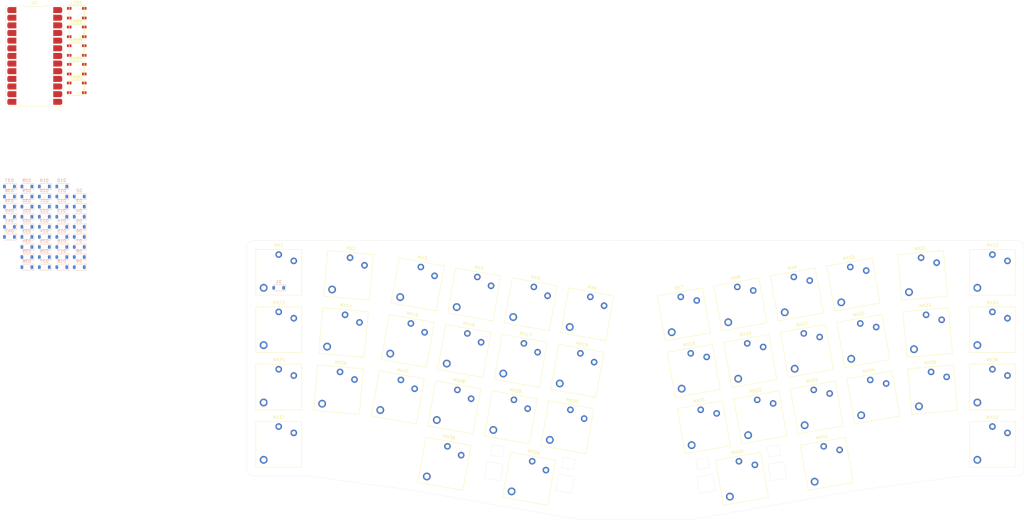
<source format=kicad_pcb>
(kicad_pcb (version 20221018) (generator pcbnew)
  (layers (0 "F.Cu" signal) (1 "In1.Cu" signal) (2 "In2.Cu" signal) (31 "B.Cu" signal) (34 "B.Paste" user) (35 "F.Paste" user) (36 "B.SilkS" user "B.Silkscreen") (37 "F.SilkS" user "F.Silkscreen") (38 "B.Mask" user) (39 "F.Mask" user) (44 "Edge.Cuts" user))
  (net 0 "")
  (net 1 "Row3")
  (net 2 "Net-(D42-A)")
  (net 3 "Col1")
  (net 4 "Net-(D12-A)")
  (net 5 "Row0")
  (net 6 "Net-(D1-A)")
  (net 7 "Net-(D2-A)")
  (net 8 "Net-(D3-A)")
  (net 9 "Net-(D4-A)")
  (net 10 "Net-(D5-A)")
  (net 11 "Net-(D6-A)")
  (net 12 "Net-(D7-A)")
  (net 13 "Net-(D8-A)")
  (net 14 "Net-(D9-A)")
  (net 15 "Net-(D10-A)")
  (net 16 "Net-(D11-A)")
  (net 17 "Net-(D13-A)")
  (net 18 "Net-(D14-A)")
  (net 19 "Net-(D15-A)")
  (net 20 "Net-(D16-A)")
  (net 21 "Net-(D17-A)")
  (net 22 "Net-(D18-A)")
  (net 23 "Net-(D19-A)")
  (net 24 "Net-(D20-A)")
  (net 25 "Net-(D21-A)")
  (net 26 "Net-(D22-A)")
  (net 27 "Net-(D23-A)")
  (net 28 "Net-(D24-A)")
  (net 29 "Net-(D25-A)")
  (net 30 "Net-(D26-A)")
  (net 31 "Net-(D27-A)")
  (net 32 "Net-(D28-A)")
  (net 33 "Net-(D29-A)")
  (net 34 "Net-(D30-A)")
  (net 35 "Net-(D36-A)")
  (net 36 "Net-(D31-A)")
  (net 37 "Net-(D32-A)")
  (net 38 "Net-(D33-A)")
  (net 39 "Net-(D34-A)")
  (net 40 "Net-(D35-A)")
  (net 41 "Net-(D37-A)")
  (net 42 "Net-(D38-A)")
  (net 43 "Net-(D39-A)")
  (net 44 "Net-(D40-A)")
  (net 45 "Net-(D41-A)")
  (net 46 "Col11")
  (net 47 "Col8")
  (net 48 "Col7")
  (net 49 "Col4")
  (net 50 "Col3")
  (net 51 "Col0")
  (footprint "Keebio-Parts.pretty-master:WS2812B" (layer "F.Cu") (at -37.50507 -23.6742)
    (fp_text reference "LED1" (at -0.06 -3.41) (layer "F.SilkS") (effects (font (thickness 0.2))))
    (fp_text value "WS2812B" hide)
    (pad "1" smd rect (at -2.49936 -1.6002 90) (size 0.89916 1.50114) (layers "F.Cu" "F.Paste" "F.Mask"))
    (pad "2" smd rect (at -2.49936 1.6002 90) (size 0.89916 1.50114) (layers "F.Cu" "F.Paste" "F.Mask"))
    (pad "3" smd rect (at 2.49936 1.6002 90) (size 0.89916 1.50114) (layers "F.Cu" "F.Paste" "F.Mask"))
    (pad "4" smd rect (at 2.49936 -1.6002 90) (size 0.89916 1.50114) (layers "F.Cu" "F.Paste" "F.Mask"))
  )
  (footprint "Switch_Keyboard_Kailh:SW_Kailh_Choc_V1V2_1.00u" (layer "F.Cu") (at 52.711033 63.447311 -5)
    (fp_text reference "MX2" (at 0 -9 175) (layer "F.SilkS"))
    (fp_text value "MX-NoLED")
    (pad "" np_thru_hole circle (at -5.5 0 355) (size 1.9 1.9) (drill 1.9) (layers "*.Cu" "*.Mask"))
    (pad "" thru_hole circle (at -5 5.15 355) (size 2.6 2.6) (drill 1.6) (layers "*.Cu" "*.Mask"))
    (pad "" np_thru_hole circle (at 0 0 355) (size 5.05 5.05) (drill 5.05) (layers "*.Cu" "*.Mask"))
    (pad "" np_thru_hole circle (at 5.5 0 355) (size 1.9 1.9) (drill 1.9) (layers "*.Cu" "*.Mask"))
    (pad "1" thru_hole circle (at 0 -5.9 355) (size 2.2 2.2) (drill 1.2) (layers "*.Cu" "*.Mask") (net 3 "Col1"))
    (pad "2" thru_hole circle (at 5 -3.8 355) (size 2.2 2.2) (drill 1.2) (layers "*.Cu" "*.Mask") (net 7 "Net-(D2-A)"))
  )
  (footprint "Switch_Keyboard_Kailh:SW_Kailh_Choc_V1V2_1.00u" (layer "F.Cu") (at 182.81022 73.089767 10)
    (fp_text reference "MX8" (at 0 -9 10) (layer "F.SilkS"))
    (fp_text value "MX-NoLED")
    (pad "" np_thru_hole circle (at -5.5 0 10) (size 1.9 1.9) (drill 1.9) (layers "*.Cu" "*.Mask"))
    (pad "" thru_hole circle (at -5 5.15 10) (size 2.6 2.6) (drill 1.6) (layers "*.Cu" "*.Mask"))
    (pad "" np_thru_hole circle (at 0 0 10) (size 5.05 5.05) (drill 5.05) (layers "*.Cu" "*.Mask"))
    (pad "" np_thru_hole circle (at 5.5 0 10) (size 1.9 1.9) (drill 1.9) (layers "*.Cu" "*.Mask"))
    (pad "1" thru_hole circle (at 0 -5.9 10) (size 2.2 2.2) (drill 1.2) (layers "*.Cu" "*.Mask") (net 48 "Col7"))
    (pad "2" thru_hole circle (at 5 -3.8 10) (size 2.2 2.2) (drill 1.2) (layers "*.Cu" "*.Mask") (net 13 "Net-(D8-A)"))
  )
  (footprint "Switch_Keyboard_Kailh:SW_Kailh_Choc_V1V2_1.00u" (layer "F.Cu") (at 204.878805 88.542356 10)
    (fp_text reference "MX21" (at 0 -9 10) (layer "F.SilkS"))
    (fp_text value "MX-NoLED")
    (pad "" np_thru_hole circle (at -5.5 0 10) (size 1.9 1.9) (drill 1.9) (layers "*.Cu" "*.Mask"))
    (pad "" thru_hole circle (at -5 5.15 10) (size 2.6 2.6) (drill 1.6) (layers "*.Cu" "*.Mask"))
    (pad "" np_thru_hole circle (at 0 0 10) (size 5.05 5.05) (drill 5.05) (layers "*.Cu" "*.Mask"))
    (pad "" np_thru_hole circle (at 5.5 0 10) (size 1.9 1.9) (drill 1.9) (layers "*.Cu" "*.Mask"))
    (pad "1" thru_hole circle (at 0 -5.9 10) (size 2.2 2.2) (drill 1.2) (layers "*.Cu" "*.Mask") (net 47 "Col8"))
    (pad "2" thru_hole circle (at 5 -3.8 10) (size 2.2 2.2) (drill 1.2) (layers "*.Cu" "*.Mask") (net 25 "Net-(D21-A)"))
  )
  (footprint "Switch_Keyboard_Kailh:SW_Kailh_Choc_V1V2_1.00u" (layer "F.Cu") (at 266.484193 119.585925)
    (fp_text reference "MX42" (at 0 -9) (layer "F.SilkS"))
    (fp_text value "MX-NoLED")
    (pad "" np_thru_hole circle (at -5.5 0) (size 1.9 1.9) (drill 1.9) (layers "*.Cu" "*.Mask"))
    (pad "" thru_hole circle (at -5 5.15) (size 2.6 2.6) (drill 1.6) (layers "*.Cu" "*.Mask"))
    (pad "" np_thru_hole circle (at 0 0) (size 5.05 5.05) (drill 5.05) (layers "*.Cu" "*.Mask"))
    (pad "" np_thru_hole circle (at 5.5 0) (size 1.9 1.9) (drill 1.9) (layers "*.Cu" "*.Mask"))
    (pad "1" thru_hole circle (at 0 -5.9) (size 2.2 2.2) (drill 1.2) (layers "*.Cu" "*.Mask") (net 46 "Col11"))
    (pad "2" thru_hole circle (at 5 -3.8) (size 2.2 2.2) (drill 1.2) (layers "*.Cu" "*.Mask") (net 2 "Net-(D42-A)"))
  )
  (footprint "Switch_Keyboard_Kailh:SW_Kailh_Choc_V1V2_1.00u" (layer "F.Cu") (at 87.843876 107.302944 -10)
    (fp_text reference "MX28" (at 0 -9 170) (layer "F.SilkS"))
    (fp_text value "MX-NoLED")
    (pad "" np_thru_hole circle (at -5.5 0 350) (size 1.9 1.9) (drill 1.9) (layers "*.Cu" "*.Mask"))
    (pad "" thru_hole circle (at -5 5.15 350) (size 2.6 2.6) (drill 1.6) (layers "*.Cu" "*.Mask"))
    (pad "" np_thru_hole circle (at 0 0 350) (size 5.05 5.05) (drill 5.05) (layers "*.Cu" "*.Mask"))
    (pad "" np_thru_hole circle (at 5.5 0 350) (size 1.9 1.9) (drill 1.9) (layers "*.Cu" "*.Mask"))
    (pad "1" thru_hole circle (at 0 -5.9 350) (size 2.2 2.2) (drill 1.2) (layers "*.Cu" "*.Mask") (net 50 "Col3"))
    (pad "2" thru_hole circle (at 5 -3.8 350) (size 2.2 2.2) (drill 1.2) (layers "*.Cu" "*.Mask") (net 32 "Net-(D28-A)"))
  )
  (footprint "Switch_Keyboard_Kailh:SW_Kailh_Choc_V1V2_1.00u" (layer "F.Cu") (at 266.484193 100.535925)
    (fp_text reference "MX36" (at 0 -9) (layer "F.SilkS"))
    (fp_text value "MX-NoLED")
    (pad "" np_thru_hole circle (at -5.5 0) (size 1.9 1.9) (drill 1.9) (layers "*.Cu" "*.Mask"))
    (pad "" thru_hole circle (at -5 5.15) (size 2.6 2.6) (drill 1.6) (layers "*.Cu" "*.Mask"))
    (pad "" np_thru_hole circle (at 0 0) (size 5.05 5.05) (drill 5.05) (layers "*.Cu" "*.Mask"))
    (pad "" np_thru_hole circle (at 5.5 0) (size 1.9 1.9) (drill 1.9) (layers "*.Cu" "*.Mask"))
    (pad "1" thru_hole circle (at 0 -5.9) (size 2.2 2.2) (drill 1.2) (layers "*.Cu" "*.Mask") (net 46 "Col11"))
    (pad "2" thru_hole circle (at 5 -3.8) (size 2.2 2.2) (drill 1.2) (layers "*.Cu" "*.Mask") (net 35 "Net-(D36-A)"))
  )
  (footprint "Switch_Keyboard_Kailh:SW_Kailh_Choc_V1V2_1.00u" (layer "F.Cu") (at 223.639393 85.234359 10)
    (fp_text reference "MX22" (at 0 -9 10) (layer "F.SilkS"))
    (fp_text value "MX-NoLED")
    (pad "" np_thru_hole circle (at -5.5 0 10) (size 1.9 1.9) (drill 1.9) (layers "*.Cu" "*.Mask"))
    (pad "" thru_hole circle (at -5 5.15 10) (size 2.6 2.6) (drill 1.6) (layers "*.Cu" "*.Mask"))
    (pad "" np_thru_hole circle (at 0 0 10) (size 5.05 5.05) (drill 5.05) (layers "*.Cu" "*.Mask"))
    (pad "" np_thru_hole circle (at 5.5 0 10) (size 1.9 1.9) (drill 1.9) (layers "*.Cu" "*.Mask"))
    (pad "1" thru_hole circle (at 0 -5.9 10) (size 2.2 2.2) (drill 1.2) (layers "*.Cu" "*.Mask") (net 3 "Col1"))
    (pad "2" thru_hole circle (at 5 -3.8 10) (size 2.2 2.2) (drill 1.2) (layers "*.Cu" "*.Mask") (net 26 "Net-(D22-A)"))
  )
  (footprint "Switch_Keyboard_Kailh:SW_Kailh_Choc_V1V2_1.00u" (layer "F.Cu") (at 131.981047 76.397764 -10)
    (fp_text reference "MX6" (at 0 -9 170) (layer "F.SilkS"))
    (fp_text value "MX-NoLED")
    (pad "" np_thru_hole circle (at -5.5 0 350) (size 1.9 1.9) (drill 1.9) (layers "*.Cu" "*.Mask"))
    (pad "" thru_hole circle (at -5 5.15 350) (size 2.6 2.6) (drill 1.6) (layers "*.Cu" "*.Mask"))
    (pad "" np_thru_hole circle (at 0 0 350) (size 5.05 5.05) (drill 5.05) (layers "*.Cu" "*.Mask"))
    (pad "" np_thru_hole circle (at 5.5 0 350) (size 1.9 1.9) (drill 1.9) (layers "*.Cu" "*.Mask"))
    (pad "1" thru_hole circle (at 0 -5.9 350) (size 2.2 2.2) (drill 1.2) (layers "*.Cu" "*.Mask") (net 3 "Col1"))
    (pad "2" thru_hole circle (at 5 -3.8 350) (size 2.2 2.2) (drill 1.2) (layers "*.Cu" "*.Mask") (net 11 "Net-(D6-A)"))
  )
  (footprint "Switch_Keyboard_Kailh:SW_Kailh_Choc_V1V2_1.00u" (layer "F.Cu") (at 94.459871 69.781769 -10)
    (fp_text reference "MX4" (at 0 -9 170) (layer "F.SilkS"))
    (fp_text value "MX-NoLED")
    (pad "" np_thru_hole circle (at -5.5 0 350) (size 1.9 1.9) (drill 1.9) (layers "*.Cu" "*.Mask"))
    (pad "" thru_hole circle (at -5 5.15 350) (size 2.6 2.6) (drill 1.6) (layers "*.Cu" "*.Mask"))
    (pad "" np_thru_hole circle (at 0 0 350) (size 5.05 5.05) (drill 5.05) (layers "*.Cu" "*.Mask"))
    (pad "" np_thru_hole circle (at 5.5 0 350) (size 1.9 1.9) (drill 1.9) (layers "*.Cu" "*.Mask"))
    (pad "1" thru_hole circle (at 0 -5.9 350) (size 2.2 2.2) (drill 1.2) (layers "*.Cu" "*.Mask") (net 50 "Col3"))
    (pad "2" thru_hole circle (at 5 -3.8 350) (size 2.2 2.2) (drill 1.2) (layers "*.Cu" "*.Mask") (net 9 "Net-(D4-A)"))
  )
  (footprint "Keebio-Parts.pretty-master:WS2812B" (layer "F.Cu") (at -37.50507 1.1258)
    (fp_text reference "LED5" (at -0.06 -3.41) (layer "F.SilkS") (effects (font (thickness 0.2))))
    (fp_text value "WS2812B" hide)
    (pad "1" smd rect (at -2.49936 -1.6002 90) (size 0.89916 1.50114) (layers "F.Cu" "F.Paste" "F.Mask"))
    (pad "2" smd rect (at -2.49936 1.6002 90) (size 0.89916 1.50114) (layers "F.Cu" "F.Paste" "F.Mask"))
    (pad "3" smd rect (at 2.49936 1.6002 90) (size 0.89916 1.50114) (layers "F.Cu" "F.Paste" "F.Mask"))
    (pad "4" smd rect (at 2.49936 -1.6002 90) (size 0.89916 1.50114) (layers "F.Cu" "F.Paste" "F.Mask"))
  )
  (footprint "Switch_Keyboard_Kailh:SW_Kailh_Choc_V1V2_1.00u" (layer "F.Cu") (at 243.319646 63.447311 5)
    (fp_text reference "MX11" (at 0 -9 5) (layer "F.SilkS"))
    (fp_text value "MX-NoLED")
    (pad "" np_thru_hole circle (at -5.5 0 5) (size 1.9 1.9) (drill 1.9) (layers "*.Cu" "*.Mask"))
    (pad "" thru_hole circle (at -5 5.15 5) (size 2.6 2.6) (drill 1.6) (layers "*.Cu" "*.Mask"))
    (pad "" np_thru_hole circle (at 0 0 5) (size 5.05 5.05) (drill 5.05) (layers "*.Cu" "*.Mask"))
    (pad "" np_thru_hole circle (at 5.5 0 5) (size 1.9 1.9) (drill 1.9) (layers "*.Cu" "*.Mask"))
    (pad "1" thru_hole circle (at 0 -5.9 5) (size 2.2 2.2) (drill 1.2) (layers "*.Cu" "*.Mask") (net 3 "Col1"))
    (pad "2" thru_hole circle (at 5 -3.8 5) (size 2.2 2.2) (drill 1.2) (layers "*.Cu" "*.Mask") (net 16 "Net-(D11-A)"))
  )
  (footprint "Switch_Keyboard_Kailh:SW_Kailh_Choc_V1V2_1.00u" (layer "F.Cu") (at 112.67676 131.025528 -10)
    (fp_text reference "MX39" (at 0 -9 170) (layer "F.SilkS"))
    (fp_text value "MX-NoLED")
    (pad "" np_thru_hole circle (at -5.5 0 350) (size 1.9 1.9) (drill 1.9) (layers "*.Cu" "*.Mask"))
    (pad "" thru_hole circle (at -5 5.15 350) (size 2.6 2.6) (drill 1.6) (layers "*.Cu" "*.Mask"))
    (pad "" np_thru_hole circle (at 0 0 350) (size 5.05 5.05) (drill 5.05) (layers "*.Cu" "*.Mask"))
    (pad "" np_thru_hole circle (at 5.5 0 350) (size 1.9 1.9) (drill 1.9) (layers "*.Cu" "*.Mask"))
    (pad "1" thru_hole circle (at 0 -5.9 350) (size 2.2 2.2) (drill 1.2) (layers "*.Cu" "*.Mask") (net 49 "Col4"))
    (pad "2" thru_hole circle (at 5 -3.8 350) (size 2.2 2.2) (drill 1.2) (layers "*.Cu" "*.Mask") (net 43 "Net-(D39-A)"))
  )
  (footprint "Keebio-Parts.pretty-master:WS2812B" (layer "F.Cu") (at -37.50507 -17.4742)
    (fp_text reference "LED2" (at -0.06 -3.41) (layer "F.SilkS") (effects (font (thickness 0.2))))
    (fp_text value "WS2812B" hide)
    (pad "1" smd rect (at -2.49936 -1.6002 90) (size 0.89916 1.50114) (layers "F.Cu" "F.Paste" "F.Mask"))
    (pad "2" smd rect (at -2.49936 1.6002 90) (size 0.89916 1.50114) (layers "F.Cu" "F.Paste" "F.Mask"))
    (pad "3" smd rect (at 2.49936 1.6002 90) (size 0.89916 1.50114) (layers "F.Cu" "F.Paste" "F.Mask"))
    (pad "4" smd rect (at 2.49936 -1.6002 90) (size 0.89916 1.50114) (layers "F.Cu" "F.Paste" "F.Mask"))
  )
  (footprint "Switch_Keyboard_Kailh:SW_Kailh_Choc_V1V2_1.00u" (layer "F.Cu") (at 246.64028 101.402329 5)
    (fp_text reference "MX35" (at 0 -9 5) (layer "F.SilkS"))
    (fp_text value "MX-NoLED")
    (pad "" np_thru_hole circle (at -5.5 0 5) (size 1.9 1.9) (drill 1.9) (layers "*.Cu" "*.Mask"))
    (pad "" thru_hole circle (at -5 5.15 5) (size 2.6 2.6) (drill 1.6) (layers "*.Cu" "*.Mask"))
    (pad "" np_thru_hole circle (at 0 0 5) (size 5.05 5.05) (drill 5.05) (layers "*.Cu" "*.Mask"))
    (pad "" np_thru_hole circle (at 5.5 0 5) (size 1.9 1.9) (drill 1.9) (layers "*.Cu" "*.Mask"))
    (pad "1" thru_hole circle (at 0 -5.9 5) (size 2.2 2.2) (drill 1.2) (layers "*.Cu" "*.Mask") (net 3 "Col1"))
    (pad "2" thru_hole circle (at 5 -3.8 5) (size 2.2 2.2) (drill 1.2) (layers "*.Cu" "*.Mask") (net 40 "Net-(D35-A)"))
  )
  (footprint "Switch_Keyboard_Kailh:SW_Kailh_Choc_V1V2_1.00u" (layer "F.Cu") (at 91.151874 88.542356 -10)
    (fp_text reference "MX16" (at 0 -9 170) (layer "F.SilkS"))
    (fp_text value "MX-NoLED")
    (pad "" np_thru_hole circle (at -5.5 0 350) (size 1.9 1.9) (drill 1.9) (layers "*.Cu" "*.Mask"))
    (pad "" thru_hole circle (at -5 5.15 350) (size 2.6 2.6) (drill 1.6) (layers "*.Cu" "*.Mask"))
    (pad "" np_thru_hole circle (at 0 0 350) (size 5.05 5.05) (drill 5.05) (layers "*.Cu" "*.Mask"))
    (pad "" np_thru_hole circle (at 5.5 0 350) (size 1.9 1.9) (drill 1.9) (layers "*.Cu" "*.Mask"))
    (pad "1" thru_hole circle (at 0 -5.9 350) (size 2.2 2.2) (drill 1.2) (layers "*.Cu" "*.Mask") (net 50 "Col3"))
    (pad "2" thru_hole circle (at 5 -3.8 350) (size 2.2 2.2) (drill 1.2) (layers "*.Cu" "*.Mask") (net 20 "Net-(D16-A)"))
  )
  (footprint "Switch_Keyboard_Kailh:SW_Kailh_Choc_V1V2_1.00u" (layer "F.Cu") (at 75.699284 66.473771 -10)
    (fp_text reference "MX3" (at 0 -9 170) (layer "F.SilkS"))
    (fp_text value "MX-NoLED")
    (pad "" np_thru_hole circle (at -5.5 0 350) (size 1.9 1.9) (drill 1.9) (layers "*.Cu" "*.Mask"))
    (pad "" thru_hole circle (at -5 5.15 350) (size 2.6 2.6) (drill 1.6) (layers "*.Cu" "*.Mask"))
    (pad "" np_thru_hole circle (at 0 0 350) (size 5.05 5.05) (drill 5.05) (layers "*.Cu" "*.Mask"))
    (pad "" np_thru_hole circle (at 5.5 0 350) (size 1.9 1.9) (drill 1.9) (layers "*.Cu" "*.Mask"))
    (pad "1" thru_hole circle (at 0 -5.9 350) (size 2.2 2.2) (drill 1.2) (layers "*.Cu" "*.Mask") (net 3 "Col1"))
    (pad "2" thru_hole circle (at 5 -3.8 350) (size 2.2 2.2) (drill 1.2) (layers "*.Cu" "*.Mask") (net 8 "Net-(D3-A)"))
  )
  (footprint "Switch_Keyboard_Kailh:SW_Kailh_Choc_V1V2_1.00u" (layer "F.Cu") (at 51.050716 82.42482 -5)
    (fp_text reference "MX14" (at 0 -9 175) (layer "F.SilkS"))
    (fp_text value "MX-NoLED")
    (pad "" np_thru_hole circle (at -5.5 0 355) (size 1.9 1.9) (drill 1.9) (layers "*.Cu" "*.Mask"))
    (pad "" thru_hole circle (at -5 5.15 355) (size 2.6 2.6) (drill 1.6) (layers "*.Cu" "*.Mask"))
    (pad "" np_thru_hole circle (at 0 0 355) (size 5.05 5.05) (drill 5.05) (layers "*.Cu" "*.Mask"))
    (pad "" np_thru_hole circle (at 5.5 0 355) (size 1.9 1.9) (drill 1.9) (layers "*.Cu" "*.Mask"))
    (pad "1" thru_hole circle (at 0 -5.9 355) (size 2.2 2.2) (drill 1.2) (layers "*.Cu" "*.Mask") (net 3 "Col1"))
    (pad "2" thru_hole circle (at 5 -3.8 355) (size 2.2 2.2) (drill 1.2) (layers "*.Cu" "*.Mask") (net 18 "Net-(D14-A)"))
  )
  (footprint "Switch_Keyboard_Kailh:SW_Kailh_Choc_V1V2_1.00u" (layer "F.Cu") (at 29.546487 100.535925)
    (fp_text reference "MX25" (at 0 -9) (layer "F.SilkS"))
    (fp_text value "MX-NoLED")
    (pad "" np_thru_hole circle (at -5.5 0) (size 1.9 1.9) (drill 1.9) (layers "*.Cu" "*.Mask"))
    (pad "" thru_hole circle (at -5 5.15) (size 2.6 2.6) (drill 1.6) (layers "*.Cu" "*.Mask"))
    (pad "" np_thru_hole circle (at 0 0) (size 5.05 5.05) (drill 5.05) (layers "*.Cu" "*.Mask"))
    (pad "" np_thru_hole circle (at 5.5 0) (size 1.9 1.9) (drill 1.9) (layers "*.Cu" "*.Mask"))
    (pad "1" thru_hole circle (at 0 -5.9) (size 2.2 2.2) (drill 1.2) (layers "*.Cu" "*.Mask") (net 51 "Col0"))
    (pad "2" thru_hole circle (at 5 -3.8) (size 2.2 2.2) (drill 1.2) (layers "*.Cu" "*.Mask") (net 29 "Net-(D25-A)"))
  )
  (footprint "Switch_Keyboard_Kailh:SW_Kailh_Choc_V1V2_1.00u" (layer "F.Cu") (at 189.426216 110.610942 10)
    (fp_text reference "MX32" (at 0 -9 10) (layer "F.SilkS"))
    (fp_text value "MX-NoLED")
    (pad "" np_thru_hole circle (at -5.5 0 10) (size 1.9 1.9) (drill 1.9) (layers "*.Cu" "*.Mask"))
    (pad "" thru_hole circle (at -5 5.15 10) (size 2.6 2.6) (drill 1.6) (layers "*.Cu" "*.Mask"))
    (pad "" np_thru_hole circle (at 0 0 10) (size 5.05 5.05) (drill 5.05) (layers "*.Cu" "*.Mask"))
    (pad "" np_thru_hole circle (at 5.5 0 10) (size 1.9 1.9) (drill 1.9) (layers "*.Cu" "*.Mask"))
    (pad "1" thru_hole circle (at 0 -5.9 10) (size 2.2 2.2) (drill 1.2) (layers "*.Cu" "*.Mask") (net 48 "Col7"))
    (pad "2" thru_hole circle (at 5 -3.8 10) (size 2.2 2.2) (drill 1.2) (layers "*.Cu" "*.Mask") (net 37 "Net-(D32-A)"))
  )
  (footprint "Switch_Keyboard_Kailh:SW_Kailh_Choc_V1V2_1.00u" (layer "F.Cu") (at 170.665628 113.91894 10)
    (fp_text reference "MX31" (at 0 -9 10) (layer "F.SilkS"))
    (fp_text value "MX-NoLED")
    (pad "" np_thru_hole circle (at -5.5 0 10) (size 1.9 1.9) (drill 1.9) (layers "*.Cu" "*.Mask"))
    (pad "" thru_hole circle (at -5 5.15 10) (size 2.6 2.6) (drill 1.6) (layers "*.Cu" "*.Mask"))
    (pad "" np_thru_hole circle (at 0 0 10) (size 5.05 5.05) (drill 5.05) (layers "*.Cu" "*.Mask"))
    (pad "" np_thru_hole circle (at 5.5 0 10) (size 1.9 1.9) (drill 1.9) (layers "*.Cu" "*.Mask"))
    (pad "1" thru_hole circle (at 0 -5.9 10) (size 2.2 2.2) (drill 1.2) (layers "*.Cu" "*.Mask") (net 3 "Col1"))
    (pad "2" thru_hole circle (at 5 -3.8 10) (size 2.2 2.2) (drill 1.2) (layers "*.Cu" "*.Mask") (net 36 "Net-(D31-A)"))
  )
  (footprint "Switch_Keyboard_Kailh:SW_Kailh_Choc_V1V2_1.00u" (layer "F.Cu") (at 208.186803 107.302944 10)
    (fp_text reference "MX33" (at 0 -9 10) (layer "F.SilkS"))
    (fp_text value "MX-NoLED")
    (pad "" np_thru_hole circle (at -5.5 0 10) (size 1.9 1.9) (drill 1.9) (layers "*.Cu" "*.Mask"))
    (pad "" thru_hole circle (at -5 5.15 10) (size 2.6 2.6) (drill 1.6) (layers "*.Cu" "*.Mask"))
    (pad "" np_thru_hole circle (at 0 0 10) (size 5.05 5.05) (drill 5.05) (layers "*.Cu" "*.Mask"))
    (pad "" np_thru_hole circle (at 5.5 0 10) (size 1.9 1.9) (drill 1.9) (layers "*.Cu" "*.Mask"))
    (pad "1" thru_hole circle (at 0 -5.9 10) (size 2.2 2.2) (drill 1.2) (layers "*.Cu" "*.Mask") (net 47 "Col8"))
    (pad "2" thru_hole circle (at 5 -3.8 10) (size 2.2 2.2) (drill 1.2) (layers "*.Cu" "*.Mask") (net 38 "Net-(D33-A)"))
  )
  (footprint "Switch_Keyboard_Kailh:SW_Kailh_Choc_V1V2_1.00u" (layer "F.Cu") (at 244.979963 82.42482 5)
    (fp_text reference "MX23" (at 0 -9 5) (layer "F.SilkS"))
    (fp_text value "MX-NoLED")
    (pad "" np_thru_hole circle (at -5.5 0 5) (size 1.9 1.9) (drill 1.9) (layers "*.Cu" "*.Mask"))
    (pad "" thru_hole circle (at -5 5.15 5) (size 2.6 2.6) (drill 1.6) (layers "*.Cu" "*.Mask"))
    (pad "" np_thru_hole circle (at 0 0 5) (size 5.05 5.05) (drill 5.05) (layers "*.Cu" "*.Mask"))
    (pad "" np_thru_hole circle (at 5.5 0 5) (size 1.9 1.9) (drill 1.9) (layers "*.Cu" "*.Mask"))
    (pad "1" thru_hole circle (at 0 -5.9 5) (size 2.2 2.2) (drill 1.2) (layers "*.Cu" "*.Mask") (net 3 "Col1"))
    (pad "2" thru_hole circle (at 5 -3.8 5) (size 2.2 2.2) (drill 1.2) (layers "*.Cu" "*.Mask") (net 27 "Net-(D23-A)"))
  )
  (footprint "Switch_Keyboard_Kailh:SW_Kailh_Choc_V1V2_1.00u" (layer "F.Cu") (at 201.570808 69.781769 10)
    (fp_text reference "MX9" (at 0 -9 10) (layer "F.SilkS"))
    (fp_text value "MX-NoLED")
    (pad "" np_thru_hole circle (at -5.5 0 10) (size 1.9 1.9) (drill 1.9) (layers "*.Cu" "*.Mask"))
    (pad "" thru_hole circle (at -5 5.15 10) (size 2.6 2.6) (drill 1.6) (layers "*.Cu" "*.Mask"))
    (pad "" np_thru_hole circle (at 0 0 10) (size 5.05 5.05) (drill 5.05) (layers "*.Cu" "*.Mask"))
    (pad "" np_thru_hole circle (at 5.5 0 10) (size 1.9 1.9) (drill 1.9) (layers "*.Cu" "*.Mask"))
    (pad "1" thru_hole circle (at 0 -5.9 10) (size 2.2 2.2) (drill 1.2) (layers "*.Cu" "*.Mask") (net 47 "Col8"))
    (pad "2" thru_hole circle (at 5 -3.8 10) (size 2.2 2.2) (drill 1.2) (layers "*.Cu" "*.Mask") (net 14 "Net-(D9-A)"))
  )
  (footprint "Switch_Keyboard_Kailh:SW_Kailh_Choc_V1V2_1.00u" (layer "F.Cu") (at 106.604464 110.610942 -10)
    (fp_text reference "MX29" (at 0 -9 170) (layer "F.SilkS"))
    (fp_text value "MX-NoLED")
    (pad "" np_thru_hole circle (at -5.5 0 350) (size 1.9 1.9) (drill 1.9) (layers "*.Cu" "*.Mask"))
    (pad "" thru_hole circle (at -5 5.15 350) (size 2.6 2.6) (drill 1.6) (layers "*.Cu" "*.Mask"))
    (pad "" np_thru_hole circle (at 0 0 350) (size 5.05 5.05) (drill 5.05) (layers "*.Cu" "*.Mask"))
    (pad "" np_thru_hole circle (at 5.5 0 350) (size 1.9 1.9) (drill 1.9) (layers "*.Cu" "*.Mask"))
    (pad "1" thru_hole circle (at 0 -5.9 350) (size 2.2 2.2) (drill 1.2) (layers "*.Cu" "*.Mask") (net 49 "Col4"))
    (pad "2" thru_hole circle (at 5 -3.8 350) (size 2.2 2.2) (drill 1.2) (layers "*.Cu" "*.Mask") (net 33 "Net-(D29-A)"))
  )
  (footprint "Switch_Keyboard_Kailh:SW_Kailh_Choc_V1V2_1.00u" (layer "F.Cu") (at 69.083288 103.994946 -10)
    (fp_text reference "MX27" (at 0 -9 170) (layer "F.SilkS"))
    (fp_text value "MX-NoLED")
    (pad "" np_thru_hole circle (at -5.5 0 350) (size 1.9 1.9) (drill 1.9) (layers "*.Cu" "*.Mask"))
    (pad "" thru_hole circle (at -5 5.15 350) (size 2.6 2.6) (drill 1.6) (layers "*.Cu" "*.Mask"))
    (pad "" np_thru_hole circle (at 0 0 350) (size 5.05 5.05) (drill 5.05) (layers "*.Cu" "*.Mask"))
    (pad "" np_thru_hole circle (at 5.5 0 350) (size 1.9 1.9) (drill 1.9) (layers "*.Cu" "*.Mask"))
    (pad "1" thru_hole circle (at 0 -5.9 350) (size 2.2 2.2) (drill 1.2) (layers "*.Cu" "*.Mask") (net 3 "Col1"))
    (pad "2" thru_hole circle (at 5 -3.8 350) (size 2.2 2.2) (drill 1.2) (layers "*.Cu" "*.Mask") (net 31 "Net-(D27-A)"))
  )
  (footprint "Switch_Keyboard_Kailh:SW_Kailh_Choc_V1V2_1.00u" (layer "F.Cu") (at 220.331395 66.473771 10)
    (fp_text reference "MX10" (at 0 -9 10) (layer "F.SilkS"))
    (fp_text value "MX-NoLED")
    (pad "" np_thru_hole circle (at -5.5 0 10) (size 1.9 1.9) (drill 1.9) (layers "*.Cu" "*.Mask"))
    (pad "" thru_hole circle (at -5 5.15 10) (size 2.6 2.6) (drill 1.6) (layers "*.Cu" "*.Mask"))
    (pad "" np_thru_hole circle (at 0 0 10) (size 5.05 5.05) (drill 5.05) (layers "*.Cu" "*.Mask"))
    (pad "" np_thru_hole circle (at 5.5 0 10) (size 1.9 1.9) (drill 1.9) (layers "*.Cu" "*.Mask"))
    (pad "1" thru_hole circle (at 0 -5.9 10) (size 2.2 2.2) (drill 1.2) (layers "*.Cu" "*.Mask") (net 3 "Col1"))
    (pad "2" thru_hole circle (at 5 -3.8 10) (size 2.2 2.2) (drill 1.2) (layers "*.Cu" "*.Mask") (net 15 "Net-(D10-A)"))
  )
  (footprint "Switch_Keyboard_Kailh:SW_Kailh_Choc_V1V2_1.00u" (layer "F.Cu") (at 211.494801 126.063532 10)
    (fp_text reference "MX41" (at 0 -9 10) (layer "F.SilkS"))
    (fp_text value "MX-NoLED")
    (pad "" np_thru_hole circle (at -5.5 0 10) (size 1.9 1.9) (drill 1.9) (layers "*.Cu" "*.Mask"))
    (pad "" thru_hole circle (at -5 5.15 10) (size 2.6 2.6) (drill 1.6) (layers "*.Cu" "*.Mask"))
    (pad "" np_thru_hole circle (at 0 0 10) (size 5.05 5.05) (drill 5.05) (layers "*.Cu" "*.Mask"))
    (pad "" np_thru_hole circle (at 5.5 0 10) (size 1.9 1.9) (drill 1.9) (layers "*.Cu" "*.Mask"))
    (pad "1" thru_hole circle (at 0 -5.9 10) (size 2.2 2.2) (drill 1.2) (layers "*.Cu" "*.Mask") (net 47 "Col8"))
    (pad "2" thru_hole circle (at 5 -3.8 10) (size 2.2 2.2) (drill 1.2) (layers "*.Cu" "*.Mask") (net 45 "Net-(D41-A)"))
  )
  (footprint "Switch_Keyboard_Kailh:SW_Kailh_Choc_V1V2_1.00u" (layer "F.Cu") (at 167.35763 95.158352 10)
    (fp_text reference "MX19" (at 0 -9 10) (layer "F.SilkS"))
    (fp_text value "MX-NoLED")
    (pad "" np_thru_hole circle (at -5.5 0 10) (size 1.9 1.9) (drill 1.9) (layers "*.Cu" "*.Mask"))
    (pad "" thru_hole circle (at -5 5.15 10) (size 2.6 2.6) (drill 1.6) (layers "*.Cu" "*.Mask"))
    (pad "" np_thru_hole circle (at 0 0 10) (size 5.05 5.05) (drill 5.05) (layers "*.Cu" "*.Mask"))
    (pad "" np_thru_hole circle (at 5.5 0 10) (size 1.9 1.9) (drill 1.9) (layers "*.Cu" "*.Mask"))
    (pad "1" thru_hole circle (at 0 -5.9 10) (size 2.2 2.2) (drill 1.2) (layers "*.Cu" "*.Mask") (net 3 "Col1"))
    (pad "2" thru_hole circle (at 5 -3.8 10) (size 2.2 2.2) (drill 1.2) (layers "*.Cu" "*.Mask") (net 23 "Net-(D19-A)"))
  )
  (footprint "Switch_Keyboard_Kailh:SW_Kailh_Choc_V1V2_1.00u" (layer "F.Cu") (at 183.353919 131.025528 10)
    (fp_text reference "MX40" (at 0 -9 10) (layer "F.SilkS"))
    (fp_text value "MX-NoLED")
    (pad "" np_thru_hole circle (at -5.5 0 10) (size 1.9 1.9) (drill 1.9) (layers "*.Cu" "*.Mask"))
    (pad "" thru_hole circle (at -5 5.15 10) (size 2.6 2.6) (drill 1.6) (layers "*.Cu" "*.Mask"))
    (pad "" np_thru_hole circle (at 0 0 10) (size 5.05 5.05) (drill 5.05) (layers "*.Cu" "*.Mask"))
    (pad "" np_thru_hole circle (at 5.5 0 10) (size 1.9 1.9) (drill 1.9) (layers "*.Cu" "*.Mask"))
    (pad "1" thru_hole circle (at 0 -5.9 10) (size 2.2 2.2) (drill 1.2) (layers "*.Cu" "*.Mask") (net 48 "Col7"))
    (pad "2" thru_hole circle (at 5 -3.8 10) (size 2.2 2.2) (drill 1.2) (layers "*.Cu" "*.Mask") (net 44 "Net-(D40-A)"))
  )
  (footprint "Switch_Keyboard_Kailh:SW_Kailh_Choc_V1V2_1.00u" (layer "F.Cu") (at 226.947391 103.994946 10)
    (fp_text reference "MX34" (at 0 -9 10) (layer "F.SilkS"))
    (fp_text value "MX-NoLED")
    (pad "" np_thru_hole circle (at -5.5 0 10) (size 1.9 1.9) (drill 1.9) (layers "*.Cu" "*.Mask"))
    (pad "" thru_hole circle (at -5 5.15 10) (size 2.6 2.6) (drill 1.6) (layers "*.Cu" "*.Mask"))
    (pad "" np_thru_hole circle (at 0 0 10) (size 5.05 5.05) (drill 5.05) (layers "*.Cu" "*.Mask"))
    (pad "" np_thru_hole circle (at 5.5 0 10) (size 1.9 1.9) (drill 1.9) (layers "*.Cu" "*.Mask"))
    (pad "1" thru_hole circle (at 0 -5.9 10) (size 2.2 2.2) (drill 1.2) (layers "*.Cu" "*.Mask") (net 3 "Col1"))
    (pad "2" thru_hole circle (at 5 -3.8 10) (size 2.2 2.2) (drill 1.2) (layers "*.Cu" "*.Mask") (net 39 "Net-(D34-A)"))
  )
  (footprint "Switch_Keyboard_Kailh:SW_Kailh_Choc_V1V2_1.00u" (layer "F.Cu") (at 125.365051 113.91894 -10)
    (fp_text reference "MX30" (at 0 -9 170) (layer "F.SilkS"))
    (fp_text value "MX-NoLED")
    (pad "" np_thru_hole circle (at -5.5 0 350) (size 1.9 1.9) (drill 1.9) (layers "*.Cu" "*.Mask"))
    (pad "" thru_hole circle (at -5 5.15 350) (size 2.6 2.6) (drill 1.6) (layers "*.Cu" "*.Mask"))
    (pad "" np_thru_hole circle (at 0 0 350) (size 5.05 5.05) (drill 5.05) (layers "*.Cu" "*.Mask"))
    (pad "" np_thru_hole circle (at 5.5 0 350) (size 1.9 1.9) (drill 1.9) (layers "*.Cu" "*.Mask"))
    (pad "1" thru_hole circle (at 0 -5.9 350) (size 2.2 2.2) (drill 1.2) (layers "*.Cu" "*.Mask") (net 3 "Col1"))
    (pad "2" thru_hole circle (at 5 -3.8 350) (size 2.2 2.2) (drill 1.2) (layers "*.Cu" "*.Mask") (net 34 "Net-(D30-A)"))
  )
  (footprint "Keebio-Parts.pretty-master:WS2812B" (layer "F.Cu") (at -37.50507 -11.2742)
    (fp_text reference "LED3" (at -0.06 -3.41) (layer "F.SilkS") (effects (font (thickness 0.2))))
    (fp_text value "WS2812B" hide)
    (pad "1" smd rect (at -2.49936 -1.6002 90) (size 0.89916 1.50114) (layers "F.Cu" "F.Paste" "F.Mask"))
    (pad "2" smd rect (at -2.49936 1.6002 90) (size 0.89916 1.50114) (layers "F.Cu" "F.Paste" "F.Mask"))
    (pad "3" smd rect (at 2.49936 1.6002 90) (size 0.89916 1.50114) (layers "F.Cu" "F.Paste" "F.Mask"))
    (pad "4" smd rect (at 2.49936 -1.6002 90) (size 0.89916 1.50114) (layers "F.Cu" "F.Paste" "F.Mask"))
  )
  (footprint "Switch_Keyboard_Kailh:SW_Kailh_Choc_V1V2_1.00u" (layer "F.Cu") (at 29.546487 62.435925)
    (fp_text reference "MX1" (at 0 -9) (layer "F.SilkS"))
    (fp_text value "MX-NoLED")
    (pad "" np_thru_hole circle locked (at -5.5 0) (size 1.9 1.9) (drill 1.9) (layers "*.Cu" "*.Mask"))
    (pad "" thru_hole circle locked (at -5 5.15) (size 2.6 2.6) (drill 1.6) (layers "*.Cu" "*.Mask"))
    (pad "" np_thru_hole circle locked (at 0 0) (size 5.05 5.05) (drill 5.05) (layers "*.Cu" "*.Mask"))
    (pad "" np_thru_hole circle locked (at 5.5 0) (size 1.9 1.9) (drill 1.9) (layers "*.Cu" "*.Mask"))
    (pad "1" thru_hole circle locked (at 0 -5.9) (size 2.2 2.2) (drill 1.2) (layers "*.Cu" "*.Mask") (net 51 "Col0"))
    (pad "2" thru_hole circle locked (at 5 -3.8) (size 2.2 2.2) (drill 1.2) (layers "*.Cu" "*.Mask") (net 6 "Net-(D1-A)"))
  )
  (footprint "Switch_Keyboard_Kailh:SW_Kailh_Choc_V1V2_1.00u" (layer "F.Cu") (at 186.118218 91.850354 10)
    (fp_text reference "MX20" (at 0 -9 10) (layer "F.SilkS"))
    (fp_text value "MX-NoLED")
    (pad "" np_thru_hole circle (at -5.5 0 10) (size 1.9 1.9) (drill 1.9) (layers "*.Cu" "*.Mask"))
    (pad "" thru_hole circle (at -5 5.15 10) (size 2.6 2.6) (drill 1.6) (layers "*.Cu" "*.Mask"))
    (pad "" np_thru_hole circle (at 0 0 10) (size 5.05 5.05) (drill 5.05) (layers "*.Cu" "*.Mask"))
    (pad "" np_thru_hole circle (at 5.5 0 10) (size 1.9 1.9) (drill 1.9) (layers "*.Cu" "*.Mask"))
    (pad "1" thru_hole circle (at 0 -5.9 10) (size 2.2 2.2) (drill 1.2) (layers "*.Cu" "*.Mask") (net 48 "Col7"))
    (pad "2" thru_hole circle (at 5 -3.8 10) (size 2.2 2.2) (drill 1.2) (layers "*.Cu" "*.Mask") (net 24 "Net-(D20-A)"))
  )
  (footprint "Switch_Keyboard_Kailh:SW_Kailh_Choc_V1V2_1.00u" (layer "F.Cu") (at 164.049632 76.397764 10)
    (fp_text reference "MX7" (at 0 -9 10) (layer "F.SilkS"))
    (fp_text value "MX-NoLED")
    (pad "" np_thru_hole circle (at -5.5 0 10) (size 1.9 1.9) (drill 1.9) (layers "*.Cu" "*.Mask"))
    (pad "" thru_hole circle (at -5 5.15 10) (size 2.6 2.6) (drill 1.6) (layers "*.Cu" "*.Mask"))
    (pad "" np_thru_hole circle (at 0 0 10) (size 5.05 5.05) (drill 5.05) (layers "*.Cu" "*.Mask"))
    (pad "" np_thru_hole circle (at 5.5 0 10) (size 1.9 1.9) (drill 1.9) (layers "*.Cu" "*.Mask"))
    (pad "1" thru_hole circle (at 0 -5.9 10) (size 2.2 2.2) (drill 1.2) (layers "*.Cu" "*.Mask") (net 3 "Col1"))
    (pad "2" thru_hole circle (at 5 -3.8 10) (size 2.2 2.2) (drill 1.2) (layers "*.Cu" "*.Mask") (net 12 "Net-(D7-A)"))
  )
  (footprint "Switch_Keyboard_Kailh:SW_Kailh_Choc_V1V2_1.00u" (layer "F.Cu") (at 109.912461 91.850354 -10)
    (fp_text reference "MX17" (at 0 -9 170) (layer "F.SilkS"))
    (fp_text value "MX-NoLED")
    (pad "" np_thru_hole circle (at -5.5 0 350) (size 1.9 1.9) (drill 1.9) (layers "*.Cu" "*.Mask"))
    (pad "" thru_hole circle (at -5 5.15 350) (size 2.6 2.6) (drill 1.6) (layers "*.Cu" "*.Mask"))
    (pad "" np_thru_hole circle (at 0 0 350) (size 5.05 5.05) (drill 5.05) (layers "*.Cu" "*.Mask"))
    (pad "" np_thru_hole circle (at 5.5 0 350) (size 1.9 1.9) (drill 1.9) (layers "*.Cu" "*.Mask"))
    (pad "1" thru_hole circle (at 0 -5.9 350) (size 2.2 2.2) (drill 1.2) (layers "*.Cu" "*.Mask") (net 49 "Col4"))
    (pad "2" thru_hole circle (at 5 -3.8 350) (size 2.2 2.2) (drill 1.2) (layers "*.Cu" "*.Mask") (net 21 "Net-(D17-A)"))
  )
  (footprint "Switch_Keyboard_Kailh:SW_Kailh_Choc_V1V2_1.00u" (layer "F.Cu") (at 113.220459 73.089767 -10)
    (fp_text reference "MX5" (at 0 -9 170) (layer "F.SilkS"))
    (fp_text value "MX-NoLED")
    (pad "" np_thru_hole circle (at -5.5 0 350) (size 1.9 1.9) (drill 1.9) (layers "*.Cu" "*.Mask"))
    (pad "" thru_hole circle (at -5 5.15 350) (size 2.6 2.6) (drill 1.6) (layers "*.Cu" "*.Mask"))
    (pad "" np_thru_hole circle (at 0 0 350) (size 5.05 5.05) (drill 5.05) (layers "*.Cu" "*.Mask"))
    (pad "" np_thru_hole circle (at 5.5 0 350) (size 1.9 1.9) (drill 1.9) (layers "*.Cu" "*.Mask"))
    (pad "1" thru_hole circle (at 0 -5.9 350) (size 2.2 2.2) (drill 1.2) (layers "*.Cu" "*.Mask") (net 49 "Col4"))
    (pad "2" thru_hole circle (at 5 -3.8 350) (size 2.2 2.2) (drill 1.2) (layers "*.Cu" "*.Mask") (net 10 "Net-(D5-A)"))
  )
  (footprint "Switch_Keyboard_Kailh:SW_Kailh_Choc_V1V2_1.00u" (layer "F.Cu") (at 266.484193 81.485925)
    (fp_text reference "MX24" (at 0 -9) (layer "F.SilkS"))
    (fp_text value "MX-NoLED")
    (pad "" np_thru_hole circle (at -5.5 0) (size 1.9 1.9) (drill 1.9) (layers "*.Cu" "*.Mask"))
    (pad "" thru_hole circle (at -5 5.15) (size 2.6 2.6) (drill 1.6) (layers "*.Cu" "*.Mask"))
    (pad "" np_thru_hole circle (at 0 0) (size 5.05 5.05) (drill 5.05) (layers "*.Cu" "*.Mask"))
    (pad "" np_thru_hole circle (at 5.5 0) (size 1.9 1.9) (drill 1.9) (layers "*.Cu" "*.Mask"))
    (pad "1" thru_hole circle (at 0 -5.9) (size 2.2 2.2) (drill 1.2) (layers "*.Cu" "*.Mask") (net 46 "Col11"))
    (pad "2" thru_hole circle (at 5 -3.8) (size 2.2 2.2) (drill 1.2) (layers "*.Cu" "*.Mask") (net 28 "Net-(D24-A)"))
  )
  (footprint "Pro-Micro:Pro-Micro" (layer "F.Cu") (at -51.485 -9.4492)
    (fp_text reference "U1" (at 0.05 -17.765) (layer "F.SilkS"))
    (fp_text value "kb2040")
    (pad "1" connect roundrect (at -7.57 -15.265 270) (size 2 3) (layers "F.Cu" "F.Mask") (roundrect_rratio 0) (chamfer_ratio 0.2) (chamfer bottom_left bottom_right))
    (pad "2" connect roundrect (at -7.57 -12.725 270) (size 2 3) (layers "F.Cu" "F.Mask") (roundrect_rratio 0) (chamfer_ratio 0.2) (chamfer bottom_left bottom_right))
    (pad "3" connect roundrect (at -7.57 -10.185 270) (size 2 3) (layers "F.Cu" "F.Mask") (roundrect_rratio 0) (chamfer_ratio 0.2) (chamfer bottom_left bottom_right))
    (pad "4" connect roundrect (at -7.57 -7.645 270) (size 2 3) (layers "F.Cu" "F.Mask") (roundrect_rratio 0) (chamfer_ratio 0.2) (chamfer bottom_left bottom_right))
    (pad "5" connect roundrect (at -7.57 -5.105 270) (size 2 3) (layers "F.Cu" "F.Mask") (roundrect_rratio 0) (chamfer_ratio 0.2) (chamfer bottom_left bottom_right))
    (pad "6" connect roundrect (at -7.57 -2.565 270) (size 2 3) (layers "F.Cu" "F.Mask") (roundrect_rratio 0) (chamfer_ratio 0.2) (chamfer bottom_left bottom_right))
    (pad "7" connect roundrect (at -7.57 -0.025 270) (size 2 3) (layers "F.Cu" "F.Mask") (roundrect_rratio 0) (chamfer_ratio 0.2) (chamfer bottom_left bottom_right))
    (pad "8" connect roundrect (at -7.57 2.515 270) (size 2 3) (layers "F.Cu" "F.Mask") (roundrect_rratio 0) (chamfer_ratio 0.2) (chamfer bottom_left bottom_right))
    (pad "9" connect roundrect (at -7.57 5.055 270) (size 2 3) (layers "F.Cu" "F.Mask") (roundrect_rratio 0) (chamfer_ratio 0.2) (chamfer bottom_left bottom_right))
    (pad "10" connect roundrect (at -7.57 7.595 270) (size 2 3) (layers "F.Cu" "F.Mask") (roundrect_rratio 0) (chamfer_ratio 0.2) (chamfer bottom_left bottom_right))
    (pad "11" connect roundrect (at -7.57 10.135 270) (size 2 3) (layers "F.Cu" "F.Mask") (roundrect_rratio 0) (chamfer_ratio 0.2) (chamfer bottom_left bottom_right))
    (pad "12" connect roundrect (at -7.57 12.675 270) (size 2 3) (layers "F.Cu" "F.Mask") (roundrect_rratio 0) (chamfer_ratio 0.2) (chamfer bottom_left bottom_right))
    (pad "13" connect roundrect (at -7.57 15.215 270) (size 2 3) (layers "F.Cu" "F.Mask") (roundrect_rratio 0) (chamfer_ratio 0.2) (chamfer bottom_left bottom_right))
    (pad "14" connect roundrect (at 7.67 -15.265 270) (size 2 3) (layers "F.Cu" "F.Mask") (roundrect_rratio 0) (chamfer_ratio 0.2) (chamfer top_left top_right))
    (pad "15" connect roundrect (at 7.67 -12.725 270) (size 2 3) (layers "F.Cu" "F.Mask") (roundrect_rratio 0) (chamfer_ratio 0.2) (chamfer top_left top_right))
    (pad "16" connect roundrect (at 7.67 -10.185 270) (size 2 3) (layers "F.Cu" "F.Mask") (roundrect_rratio 0) (chamfer_ratio 0.2) (chamfer top_left top_right))
    (pad "17" connect roundrect (at 7.67 -7.645 270) (size 2 3) (layers "F.Cu" "F.Mask") (roundrect_rratio 0) (chamfer_ratio 0.2) (chamfer top_left top_right))
    (pad "18" connect roundrect (at 7.67 -5.105 270) (size 2 3) (layers "F.Cu" "F.Mask") (roundrect_rratio 0) (chamfer_ratio 0.2) (chamfer top_left top_right))
    (pad "19" connect roundrect (at 7.67 -2.565 270) (size 2 3) (layers "F.Cu" "F.Mask") (roundrect_rratio 0) (chamfer_ratio 0.2) (chamfer top_left top_right))
    (pad "20" connect roundrect (at 7.67 -0.025 270) (size 2 3) (layers "F.Cu" "F.Mask") (roundrect_rratio 0) (chamfer_ratio 0.2) (chamfer top_left top_right))
    (pad "21" connect roundrect (at 7.67 2.515 270) (size 2 3) (layers "F.Cu" "F.Mask") (roundrect_rratio 0) (chamfer_ratio 0.2) (chamfer top_left top_right))
    (pad "22" connect roundrect (at 7.67 5.055 270) (size 2 3) (layers "F.Cu" "F.Mask") (roundrect_rratio 0) (chamfer_ratio 0.2) (chamfer top_left top_right))
    (pad "23" connect roundrect (at 7.67 7.595 270) (size 2 3) (layers "F.Cu" "F.Mask") (roundrect_rratio 0) (chamfer_ratio 0.2) (chamfer top_left top_right))
    (pad "24" connect roundrect (at 7.67 10.135 270) (size 2 3) (layers "F.Cu" "F.Mask") (roundrect_rratio 0) (chamfer_ratio 0.2) (chamfer top_left top_right))
    (pad "25" connect roundrect (at 7.67 12.675 270) (size 2 3) (layers "F.Cu" "F.Mask") (roundrect_rratio 0) (chamfer_ratio 0.2) (chamfer top_left top_right))
    (pad "26" connect roundrect (at 7.67 15.215 270) (size 2 3) (layers "F.Cu" "F.Mask") (roundrect_rratio 0) (chamfer_ratio 0.2) (chamfer top_left top_right))
  )
  (footprint "Switch_Keyboard_Kailh:SW_Kailh_Choc_V1V2_1.00u" (layer "F.Cu") (at 29.546487 81.485925)
    (fp_text reference "MX13" (at 0 -9) (layer "F.SilkS"))
    (fp_text value "MX-NoLED")
    (pad "" np_thru_hole circle (at -5.5 0) (size 1.9 1.9) (drill 1.9) (layers "*.Cu" "*.Mask"))
    (pad "" thru_hole circle (at -5 5.15) (size 2.6 2.6) (drill 1.6) (layers "*.Cu" "*.Mask"))
    (pad "" np_thru_hole circle (at 0 0) (size 5.05 5.05) (drill 5.05) (layers "*.Cu" "*.Mask"))
    (pad "" np_thru_hole circle (at 5.5 0) (size 1.9 1.9) (drill 1.9) (layers "*.Cu" "*.Mask"))
    (pad "1" thru_hole circle (at 0 -5.9) (size 2.2 2.2) (drill 1.2) (layers "*.Cu" "*.Mask") (net 51 "Col0"))
    (pad "2" thru_hole circle (at 5 -3.8) (size 2.2 2.2) (drill 1.2) (layers "*.Cu" "*.Mask") (net 17 "Net-(D13-A)"))
  )
  (footprint "Switch_Keyboard_Kailh:SW_Kailh_Choc_V1V2_1.00u" (layer "F.Cu") (at 128.673049 95.158352 -10)
    (fp_text reference "MX18" (at 0 -9 170) (layer "F.SilkS"))
    (fp_text value "MX-NoLED")
    (pad "" np_thru_hole circle (at -5.5 0 350) (size 1.9 1.9) (drill 1.9) (layers "*.Cu" "*.Mask"))
    (pad "" thru_hole circle (at -5 5.15 350) (size 2.6 2.6) (drill 1.6) (layers "*.Cu" "*.Mask"))
    (pad "" np_thru_hole circle (at 0 0 350) (size 5.05 5.05) (drill 5.05) (layers "*.Cu" "*.Mask"))
    (pad "" np_thru_hole circle (at 5.5 0 350) (size 1.9 1.9) (drill 1.9) (layers "*.Cu" "*.Mask"))
    (pad "1" thru_hole circle (at 0 -5.9 350) (size 2.2 2.2) (drill 1.2) (layers "*.Cu" "*.Mask") (net 3 "Col1"))
    (pad "2" thru_hole circle (at 5 -3.8 350) (size 2.2 2.2) (drill 1.2) (layers "*.Cu" "*.Mask") (net 22 "Net-(D18-A)"))
  )
  (footprint "Switch_Keyboard_Kailh:SW_Kailh_Choc_V1V2_1.00u" (layer "F.Cu") (at 72.391286 85.234359 -10)
    (fp_text reference "MX15" (at 0 -9 170) (layer "F.SilkS"))
    (fp_text value "MX-NoLED")
    (pad "" np_thru_hole circle (at -5.5 0 350) (size 1.9 1.9) (drill 1.9) (layers "*.Cu" "*.Mask"))
    (pad "" thru_hole circle (at -5 5.15 350) (size 2.6 2.6) (drill 1.6) (layers "*.Cu" "*.Mask"))
    (pad "" np_thru_hole circle (at 0 0 350) (size 5.05 5.05) (drill 5.05) (layers "*.Cu" "*.Mask"))
    (pad "" np_thru_hole circle (at 5.5 0 350) (size 1.9 1.9) (drill 1.9) (layers "*.Cu" "*.Mask"))
    (pad "1" thru_hole circle (at 0 -5.9 350) (size 2.2 2.2) (drill 1.2) (layers "*.Cu" "*.Mask") (net 3 "Col1"))
    (pad "2" thru_hole circle (at 5 -3.8 350) (size 2.2 2.2) (drill 1.2) (layers "*.Cu" "*.Mask") (net 19 "Net-(D15-A)"))
  )
  (footprint "Switch_Keyboard_Kailh:SW_Kailh_Choc_V1V2_1.00u" (layer "F.Cu") (at 29.546487 119.585925)
    (fp_text reference "MX37" (at 0 -9) (layer "F.SilkS"))
    (fp_text value "MX-NoLED")
    (pad "" np_thru_hole circle (at -5.5 0) (size 1.9 1.9) (drill 1.9) (layers "*.Cu" "*.Mask"))
    (pad "" thru_hole circle (at -5 5.15) (size 2.6 2.6) (drill 1.6) (layers "*.Cu" "*.Mask"))
    (pad "" np_thru_hole circle (at 0 0) (size 5.05 5.05) (drill 5.05) (layers "*.Cu" "*.Mask"))
    (pad "" np_thru_hole circle (at 5.5 0) (size 1.9 1.9) (drill 1.9) (layers "*.Cu" "*.Mask"))
    (pad "1" thru_hole circle (at 0 -5.9) (size 2.2 2.2) (drill 1.2) (layers "*.Cu" "*.Mask") (net 51 "Col0"))
    (pad "2" thru_hole circle (at 5 -3.8) (size 2.2 2.2) (drill 1.2) (layers "*.Cu" "*.Mask") (net 41 "Net-(D37-A)"))
  )
  (footprint "Switch_Keyboard_Kailh:SW_Kailh_Choc_V1V2_1.00u" (layer "F.Cu") (at 49.3904 101.402329 -5)
    (fp_text reference "MX26" (at 0 -9 175) (layer "F.SilkS"))
    (fp_text value "MX-NoLED")
    (pad "" np_thru_hole circle (at -5.5 0 355) (size 1.9 1.9) (drill 1.9) (layers "*.Cu" "*.Mask"))
    (pad "" thru_hole circle (at -5 5.15 355) (size 2.6 2.6) (drill 1.6) (layers "*.Cu" "*.Mask"))
    (pad "" np_thru_hole circle (at 0 0 355) (size 5.05 5.05) (drill 5.05) (layers "*.Cu" "*.Mask"))
    (pad "" np_thru_hole circle (at 5.5 0 355) (size 1.9 1.9) (drill 1.9) (layers "*.Cu" "*.Mask"))
    (pad "1" thru_hole circle (at 0 -5.9 355) (size 2.2 2.2) (drill 1.2) (layers "*.Cu" "*.Mask") (net 3 "Col1"))
    (pad "2" thru_hole circle (at 5 -3.8 355) (size 2.2 2.2) (drill 1.2) (layers "*.Cu" "*.Mask") (net 30 "Net-(D26-A)"))
  )
  (footprint "Switch_Keyboard_Kailh:SW_Kailh_Choc_V1V2_1.00u" (layer "F.Cu") (at 266.484193 62.435925)
    (fp_text reference "MX12" (at 0 -9) (layer "F.SilkS"))
    (fp_text value "MX-NoLED")
    (pad "" np_thru_hole circle (at -5.5 0) (size 1.9 1.9) (drill 1.9) (layers "*.Cu" "*.Mask"))
    (pad "" thru_hole circle (at -5 5.15) (size 2.6 2.6) (drill 1.6) (layers "*.Cu" "*.Mask"))
    (pad "" np_thru_hole circle (at 0 0) (size 5.05 5.05) (drill 5.05) (layers "*.Cu" "*.Mask"))
    (pad "" np_thru_hole circle (at 5.5 0) (size 1.9 1.9) (drill 1.9) (layers "*.Cu" "*.Mask"))
    (pad "1" thru_hole circle (at 0 -5.9) (size 2.2 2.2) (drill 1.2) (layers "*.Cu" "*.Mask") (net 46 "Col11"))
    (pad "2" thru_hole circle (at 5 -3.8) (size 2.2 2.2) (drill 1.2) (layers "*.Cu" "*.Mask") (net 4 "Net-(D12-A)"))
  )
  (footprint "Keebio-Parts.pretty-master:WS2812B" (layer "F.Cu") (at -37.50507 -5.0742)
    (fp_text reference "LED4" (at -0.06 -3.41) (layer "F.SilkS") (effects (font (thickness 0.2))))
    (fp_text value "WS2812B" hide)
    (pad "1" smd rect (at -2.49936 -1.6002 90) (size 0.89916 1.50114) (layers "F.Cu" "F.Paste" "F.Mask"))
    (pad "2" smd rect (at -2.49936 1.6002 90) (size 0.89916 1.50114) (layers "F.Cu" "F.Paste" "F.Mask"))
    (pad "3" smd rect (at 2.49936 1.6002 90) (size 0.89916 1.50114) (layers "F.Cu" "F.Paste" "F.Mask"))
    (pad "4" smd rect (at 2.49936 -1.6002 90) (size 0.89916 1.50114) (layers "F.Cu" "F.Paste" "F.Mask"))
  )
  (footprint "Switch_Keyboard_Kailh:SW_Kailh_Choc_V1V2_1.00u" (layer "F.Cu") (at 84.535878 126.063532 -10)
    (fp_text reference "MX38" (at 0 -9 170) (layer "F.SilkS"))
    (fp_text value "MX-NoLED")
    (pad "" np_thru_hole circle (at -5.5 0 350) (size 1.9 1.9) (drill 1.9) (layers "*.Cu" "*.Mask"))
    (pad "" thru_hole circle (at -5 5.15 350) (size 2.6 2.6) (drill 1.6) (layers "*.Cu" "*.Mask"))
    (pad "" np_thru_hole circle (at 0 0 350) (size 5.05 5.05) (drill 5.05) (layers "*.Cu" "*.Mask"))
    (pad "" np_thru_hole circle (at 5.5 0 350) (size 1.9 1.9) (drill 1.9) (layers "*.Cu" "*.Mask"))
    (pad "1" thru_hole circle (at 0 -5.9 350) (size 2.2 2.2) (drill 1.2) (layers "*.Cu" "*.Mask") (net 50 "Col3"))
    (pad "2" thru_hole circle (at 5 -3.8 350) (size 2.2 2.2) (drill 1.2) (layers "*.Cu" "*.Mask") (net 42 "Net-(D38-A)"))
  )
  (footprint "Diode_SMD:D_SOD-123" (layer "B.Cu") (at -48.2696 57.3654 180)
    (fp_text reference "D26" (at 0 2) (layer "B.SilkS") (effects (justify mirror)))
    (fp_text value "D_Small")
    (pad "1" smd roundrect (at -1.65 0 180) (size 0.9 1.2) (layers "B.Cu" "B.Paste" "B.Mask") (net 3 "Col1"))
    (pad "2" smd roundrect (at 1.65 0 180) (size 0.9 1.2) (layers "B.Cu" "B.Paste" "B.Mask") (net 30 "Net-(D26-A)"))
  )
  (footprint "Diode_SMD:D_SOD-123" (layer "B.Cu") (at -36.6796 43.9654 180)
    (fp_text reference "D4" (at 0 2) (layer "B.SilkS") (effects (justify mirror)))
    (fp_text value "D_Small")
    (pad "1" smd roundrect (at -1.65 0 180) (size 0.9 1.2) (layers "B.Cu" "B.Paste" "B.Mask") (net 5 "Row0"))
    (pad "2" smd roundrect (at 1.65 0 180) (size 0.9 1.2) (layers "B.Cu" "B.Paste" "B.Mask") (net 9 "Net-(D4-A)"))
  )
  (footprint "Diode_SMD:D_SOD-123" (layer "B.Cu") (at -42.4746 60.7154 180)
    (fp_text reference "D18" (at 0 2) (layer "B.SilkS") (effects (justify mirror)))
    (fp_text value "D_Small")
    (pad "1" smd roundrect (at -1.65 0 180) (size 0.9 1.2) (layers "B.Cu" "B.Paste" "B.Mask") (net 3 "Col1"))
    (pad "2" smd roundrect (at 1.65 0 180) (size 0.9 1.2) (layers "B.Cu" "B.Paste" "B.Mask") (net 22 "Net-(D18-A)"))
  )
  (footprint "Diode_SMD:D_SOD-123" (layer "B.Cu") (at -54.0646 43.9654 180)
    (fp_text reference "D31" (at 0 2) (layer "B.SilkS") (effects (justify mirror)))
    (fp_text value "D_Small")
    (pad "1" smd roundrect (at -1.65 0 180) (size 0.9 1.2) (layers "B.Cu" "B.Paste" "B.Mask") (net 3 "Col1"))
    (pad "2" smd roundrect (at 1.65 0 180) (size 0.9 1.2) (layers "B.Cu" "B.Paste" "B.Mask") (net 36 "Net-(D31-A)"))
  )
  (footprint "Diode_SMD:D_SOD-123" (layer "B.Cu") (at -59.8596 33.9154 180)
    (fp_text reference "D37" (at 0 2) (layer "B.SilkS") (effects (justify mirror)))
    (fp_text value "D_Small")
    (pad "1" smd roundrect (at -1.65 0 180) (size 0.9 1.2) (layers "B.Cu" "B.Paste" "B.Mask") (net 1 "Row3"))
    (pad "2" smd roundrect (at 1.65 0 180) (size 0.9 1.2) (layers "B.Cu" "B.Paste" "B.Mask") (net 41 "Net-(D37-A)"))
  )
  (footprint "Diode_SMD:D_SOD-123" (layer "B.Cu") (at -42.4746 43.9654 180)
    (fp_text reference "D13" (at 0 2) (layer "B.SilkS") (effects (justify mirror)))
    (fp_text value "D_Small")
    (pad "1" smd roundrect (at -1.65 0 180) (size 0.9 1.2) (layers "B.Cu" "B.Paste" "B.Mask") (net 3 "Col1"))
    (pad "2" smd roundrect (at 1.65 0 180) (size 0.9 1.2) (layers "B.Cu" "B.Paste" "B.Mask") (net 17 "Net-(D13-A)"))
  )
  (footprint "Diode_SMD:D_SOD-123" (layer "B.Cu") (at -54.0646 54.0154 180)
    (fp_text reference "D34" (at 0 2) (layer "B.SilkS") (effects (justify mirror)))
    (fp_text value "D_Small")
    (pad "1" smd roundrect (at -1.65 0 180) (size 0.9 1.2) (layers "B.Cu" "B.Paste" "B.Mask") (net 3 "Col1"))
    (pad "2" smd roundrect (at 1.65 0 180) (size 0.9 1.2) (layers "B.Cu" "B.Paste" "B.Mask") (net 39 "Net-(D34-A)"))
  )
  (footprint "Diode_SMD:D_SOD-123" (layer "B.Cu") (at -36.6796 57.3654 180)
    (fp_text reference "D8" (at 0 2) (layer "B.SilkS") (effects (justify mirror)))
    (fp_text value "D_Small")
    (pad "1" smd roundrect (at -1.65 0 180) (size 0.9 1.2) (layers "B.Cu" "B.Paste" "B.Mask") (net 5 "Row0"))
    (pad "2" smd roundrect (at 1.65 0 180) (size 0.9 1.2) (layers "B.Cu" "B.Paste" "B.Mask") (net 13 "Net-(D8-A)"))
  )
  (footprint "Diode_SMD:D_SOD-123" (layer "B.Cu") (at -54.0646 47.3154 180)
    (fp_text reference "D32" (at 0 2) (layer "B.SilkS") (effects (justify mirror)))
    (fp_text value "D_Small")
    (pad "1" smd roundrect (at -1.65 0 180) (size 0.9 1.2) (layers "B.Cu" "B.Paste" "B.Mask") (net 3 "Col1"))
    (pad "2" smd roundrect (at 1.65 0 180) (size 0.9 1.2) (layers "B.Cu" "B.Paste" "B.Mask") (net 37 "Net-(D32-A)"))
  )
  (footprint "Diode_SMD:D_SOD-123" (layer "B.Cu") (at -54.0646 50.6654 180)
    (fp_text reference "D33" (at 0 2) (layer "B.SilkS") (effects (justify mirror)))
    (fp_text value "D_Small")
    (pad "1" smd roundrect (at -1.65 0 180) (size 0.9 1.2) (layers "B.Cu" "B.Paste" "B.Mask") (net 3 "Col1"))
    (pad "2" smd roundrect (at 1.65 0 180) (size 0.9 1.2) (layers "B.Cu" "B.Paste" "B.Mask") (net 38 "Net-(D33-A)"))
  )
  (footprint "Diode_SMD:D_SOD-123" (layer "B.Cu") (at -42.4746 57.3654 180)
    (fp_text reference "D17" (at 0 2) (layer "B.SilkS") (effects (justify mirror)))
    (fp_text value "D_Small")
    (pad "1" smd roundrect (at -1.65 0 180) (size 0.9 1.2) (layers "B.Cu" "B.Paste" "B.Mask") (net 3 "Col1"))
    (pad "2" smd roundrect (at 1.65 0 180) (size 0.9 1.2) (layers "B.Cu" "B.Paste" "B.Mask") (net 21 "Net-(D17-A)"))
  )
  (footprint "Diode_SMD:D_SOD-123" (layer "B.Cu") (at -59.8596 47.3154 180)
    (fp_text reference "D41" (at 0 2) (layer "B.SilkS") (effects (justify mirror)))
    (fp_text value "D_Small")
    (pad "1" smd roundrect (at -1.65 0 180) (size 0.9 1.2) (layers "B.Cu" "B.Paste" "B.Mask") (net 1 "Row3"))
    (pad "2" smd roundrect (at 1.65 0 180) (size 0.9 1.2) (layers "B.Cu" "B.Paste" "B.Mask") (net 45 "Net-(D41-A)"))
  )
  (footprint "Diode_SMD:D_SOD-123" (layer "B.Cu") (at -54.0646 33.9154 180)
    (fp_text reference "D28" (at 0 2) (layer "B.SilkS") (effects (justify mirror)))
    (fp_text value "D_Small")
    (pad "1" smd roundrect (at -1.65 0 180) (size 0.9 1.2) (layers "B.Cu" "B.Paste" "B.Mask") (net 3 "Col1"))
    (pad "2" smd roundrect (at 1.65 0 180) (size 0.9 1.2) (layers "B.Cu" "B.Paste" "B.Mask") (net 32 "Net-(D28-A)"))
  )
  (footprint "Diode_SMD:D_SOD-123" (layer "B.Cu") (at -59.8596 43.9654 180)
    (fp_text reference "D40" (at 0 2) (layer "B.SilkS") (effects (justify mirror)))
    (fp_text value "D_Small")
    (pad "1" smd roundrect (at -1.65 0 180) (size 0.9 1.2) (layers "B.Cu" "B.Paste" "B.Mask") (net 1 "Row3"))
    (pad "2" smd roundrect (at 1.65 0 180) (size 0.9 1.2) (layers "B.Cu" "B.Paste" "B.Mask") (net 44 "Net-(D40-A)"))
  )
  (footprint "Diode_SMD:D_SOD-123" (layer "B.Cu") (at -54.0646 60.7154 180)
    (fp_text reference "D36" (at 0 2) (layer "B.SilkS") (effects (justify mirror)))
    (fp_text value "D_Small")
    (pad "1" smd roundrect (at -1.65 0 180) (size 0.9 1.2) (layers "B.Cu" "B.Paste" "B.Mask") (net 3 "Col1"))
    (pad "2" smd roundrect (at 1.65 0 180) (size 0.9 1.2) (layers "B.Cu" "B.Paste" "B.Mask") (net 35 "Net-(D36-A)"))
  )
  (footprint "Diode_SMD:D_SOD-123" (layer "B.Cu") (at -36.6796 40.6154 180)
    (fp_text reference "D3" (at 0 2) (layer "B.SilkS") (effects (justify mirror)))
    (fp_text value "D_Small")
    (pad "1" smd roundrect (at -1.65 0 180) (size 0.9 1.2) (layers "B.Cu" "B.Paste" "B.Mask") (net 5 "Row0"))
    (pad "2" smd roundrect (at 1.65 0 180) (size 0.9 1.2) (layers "B.Cu" "B.Paste" "B.Mask") (net 8 "Net-(D3-A)"))
  )
  (footprint "Diode_SMD:D_SOD-123" (layer "B.Cu") (at -48.2696 37.2654 180)
    (fp_text reference "D20" (at 0 2) (layer "B.SilkS") (effects (justify mirror)))
    (fp_text value "D_Small")
    (pad "1" smd roundrect (at -1.65 0 180) (size 0.9 1.2) (layers "B.Cu" "B.Paste" "B.Mask") (net 3 "Col1"))
    (pad "2" smd roundrect (at 1.65 0 180) (size 0.9 1.2) (layers "B.Cu" "B.Paste" "B.Mask") (net 24 "Net-(D20-A)"))
  )
  (footprint "Diode_SMD:D_SOD-123" (layer "B.Cu") (at -36.6796 60.7154 180)
    (fp_text reference "D9" (at 0 2) (layer "B.SilkS") (effects (justify mirror)))
    (fp_text value "D_Small")
    (pad "1" smd roundrect (at -1.65 0 180) (size 0.9 1.2) (layers "B.Cu" "B.Paste" "B.Mask") (net 5 "Row0"))
    (pad "2" smd roundrect (at 1.65 0 180) (size 0.9 1.2) (layers "B.Cu" "B.Paste" "B.Mask") (net 14 "Net-(D9-A)"))
  )
  (footprint "Diode_SMD:D_SOD-123" (layer "B.Cu") (at -48.2696 40.6154 180)
    (fp_text reference "D21" (at 0 2) (layer "B.SilkS") (effects (justify mirror)))
    (fp_text value "D_Small")
    (pad "1" smd roundrect (at -1.65 0 180) (size 0.9 1.2) (layers "B.Cu" "B.Paste" "B.Mask") (net 3 "Col1"))
    (pad "2" smd roundrect (at 1.65 0 180) (size 0.9 1.2) (layers "B.Cu" "B.Paste" "B.Mask") (net 25 "Net-(D21-A)"))
  )
  (footprint "Diode_SMD:D_SOD-123" (layer "B.Cu") (at -42.4746 50.6654 180)
    (fp_text reference "D15" (at 0 2) (layer "B.SilkS") (effects (justify mirror)))
    (fp_text value "D_Small")
    (pad "1" smd roundrect (at -1.65 0 180) (size 0.9 1.2) (layers "B.Cu" "B.Paste" "B.Mask") (net 3 "Col1"))
    (pad "2" smd roundrect (at 1.65 0 180) (size 0.9 1.2) (layers "B.Cu" "B.Paste" "B.Mask") (net 19 "Net-(D15-A)"))
  )
  (footprint "Diode_SMD:D_SOD-123" (layer "B.Cu") (at -59.8596 50.6654 180)
    (fp_text reference "D42" (at 0 2) (layer "B.SilkS") (effects (justify mirror)))
    (fp_text value "D_Small")
    (pad "1" smd roundrect (at -1.65 0 180) (size 0.9 1.2) (layers "B.Cu" "B.Paste" "B.Mask") (net 1 "Row3"))
    (pad "2" smd roundrect (at 1.65 0 180) (size 0.9 1.2) (layers "B.Cu" "B.Paste" "B.Mask") (net 2 "Net-(D42-A)"))
  )
  (footprint "Diode_SMD:D_SOD-123" (layer "B.Cu") (at -48.2696 47.3154 180)
    (fp_text reference "D23" (at 0 2) (layer "B.SilkS") (effects (justify mirror)))
    (fp_text value "D_Small")
    (pad "1" smd roundrect (at -1.65 0 180) (size 0.9 1.2) (layers "B.Cu" "B.Paste" "B.Mask") (net 3 "Col1"))
    (pad "2" smd roundrect (at 1.65 0 180) (size 0.9 1.2) (layers "B.Cu" "B.Paste" "B.Mask") (net 27 "Net-(D23-A)"))
  )
  (footprint "Diode_SMD:D_SOD-123" (layer "B.Cu") (at -42.4746 37.2654 180)
    (fp_text reference "D11" (at 0 2) (layer "B.SilkS") (effects (justify mirror)))
    (fp_text value "D_Small")
    (pad "1" smd roundrect (at -1.65 0 180) (size 0.9 1.2) (layers "B.Cu" "B.Paste" "B.Mask") (net 5 "Row0"))
    (pad "2" smd roundrect (at 1.65 0 180) (size 0.9 1.2) (layers "B.Cu" "B.Paste" "B.Mask") (net 16 "Net-(D11-A)"))
  )
  (footprint "Diode_SMD:D_SOD-123" (layer "B.Cu") (at -54.0646 37.2654 180)
    (fp_text reference "D29" (at 0 2) (layer "B.SilkS") (effects (justify mirror)))
    (fp_text value "D_Small")
    (pad "1" smd roundrect (at -1.65 0 180) (size 0.9 1.2) (layers "B.Cu" "B.Paste" "B.Mask") (net 3 "Col1"))
    (pad "2" smd roundrect (at 1.65 0 180) (size 0.9 1.2) (layers "B.Cu" "B.Paste" "B.Mask") (net 33 "Net-(D29-A)"))
  )
  (footprint "Diode_SMD:D_SOD-123" (layer "B.Cu") (at -48.2696 60.7154 180)
    (fp_text reference "D27" (at 0 2) (layer "B.SilkS") (effects (justify mirror)))
    (fp_text value "D_Small")
    (pad "1" smd roundrect (at -1.65 0 180) (size 0.9 1.2) (layers "B.Cu" "B.Paste" "B.Mask") (net 3 "Col1"))
    (pad "2" smd roundrect (at 1.65 0 180) (size 0.9 1.2) (layers "B.Cu" "B.Paste" "B.Mask") (net 31 "Net-(D27-A)"))
  )
  (footprint "Diode_SMD:D_SOD-123" (layer "B.Cu") (at -42.4746 54.0154 180)
    (fp_text reference "D16" (at 0 2) (layer "B.SilkS") (effects (justify mirror)))
    (fp_text value "D_Small")
    (pad "1" smd roundrect (at -1.65 0 180) (size 0.9 1.2) (layers "B.Cu" "B.Paste" "B.Mask") (net 3 "Col1"))
    (pad "2" smd roundrect (at 1.65 0 180) (size 0.9 1.2) (layers "B.Cu" "B.Paste" "B.Mask") (net 20 "Net-(D16-A)"))
  )
  (footprint "Diode_SMD:D_SOD-123" (layer "B.Cu") (at -59.8596 40.6154 180)
    (fp_text reference "D39" (at 0 2) (layer "B.SilkS") (effects (justify mirror)))
    (fp_text value "D_Small")
    (pad "1" smd roundrect (at -1.65 0 180) (size 0.9 1.2) (layers "B.Cu" "B.Paste" "B.Mask") (net 1 "Row3"))
    (pad "2" smd roundrect (at 1.65 0 180) (size 0.9 1.2) (layers "B.Cu" "B.Paste" "B.Mask") (net 43 "Net-(D39-A)"))
  )
  (footprint "Diode_SMD:D_SOD-123" (layer "B.Cu") (at -36.6796 50.6654 180)
    (fp_text reference "D6" (at 0 2) (layer "B.SilkS") (effects (justify mirror)))
    (fp_text value "D_Small")
    (pad "1" smd roundrect (at -1.65 0 180) (size 0.9 1.2) (layers "B.Cu" "B.Paste" "B.Mask") (net 5 "Row0"))
    (pad "2" smd roundrect (at 1.65 0 180) (size 0.9 1.2) (layers "B.Cu" "B.Paste" "B.Mask") (net 11 "Net-(D6-A)"))
  )
  (footprint "Diode_SMD:D_SOD-123" (layer "B.Cu") (at -48.2696 54.0154 180)
    (fp_text reference "D25" (at 0 2) (layer "B.SilkS") (effects (justify mirror)))
    (fp_text value "D_Small")
    (pad "1" smd roundrect (at -1.65 0 180) (size 0.9 1.2) (layers "B.Cu" "B.Paste" "B.Mask") (net 3 "Col1"))
    (pad "2" smd roundrect (at 1.65 0 180) (size 0.9 1.2) (layers "B.Cu" "B.Paste" "B.Mask") (net 29 "Net-(D25-A)"))
  )
  (footprint "Diode_SMD:D_SOD-123" (layer "B.Cu") (at -48.2696 33.9154 180)
    (fp_text reference "D19" (at 0 2) (layer "B.SilkS") (effects (justify mirror)))
    (fp_text value "D_Small")
    (pad "1" smd roundrect (at -1.65 0 180) (size 0.9 1.2) (layers "B.Cu" "B.Paste" "B.Mask") (net 3 "Col1"))
    (pad "2" smd roundrect (at 1.65 0 180) (size 0.9 1.2) (layers "B.Cu" "B.Paste" "B.Mask") (net 23 "Net-(D19-A)"))
  )
  (footprint "Diode_SMD:D_SOD-123" (layer "B.Cu") (at -54.0646 57.3654 180)
    (fp_text reference "D35" (at 0 2) (layer "B.SilkS") (effects (justify mirror)))
    (fp_text value "D_Small")
    (pad "1" smd roundrect (at -1.65 0 180) (size 0.9 1.2) (layers "B.Cu" "B.Paste" "B.Mask") (net 3 "Col1"))
    (pad "2" smd roundrect (at 1.65 0 180) (size 0.9 1.2) (layers "B.Cu" "B.Paste" "B.Mask") (net 40 "Net-(D35-A)"))
  )
  (footprint "Diode_SMD:D_SOD-123" (layer "B.Cu") (at -36.6796 54.0154 180)
    (fp_text reference "D7" (at 0 2) (layer "B.SilkS") (effects (justify mirror)))
    (fp_text value "D_Small")
    (pad "1" smd roundrect (at -1.65 0 180) (size 0.9 1.2) (layers "B.Cu" "B.Paste" "B.Mask") (net 5 "Row0"))
    (pad "2" smd roundrect (at 1.65 0 180) (size 0.9 1.2) (layers "B.Cu" "B.Paste" "B.Mask") (net 12 "Net-(D7-A)"))
  )
  (footprint "Diode_SMD:D_SOD-123" (layer "B.Cu") (at -36.6796 47.3154 180)
    (fp_text reference "D5" (at 0 2) (layer "B.SilkS") (effects (justify mirror)))
    (fp_text value "D_Small")
    (pad "1" smd roundrect (at -1.65 0 180) (size 0.9 1.2) (layers "B.Cu" "B.Paste" "B.Mask") (net 5 "Row0"))
    (pad "2" smd roundrect (at 1.65 0 180) (size 0.9 1.2) (layers "B.Cu" "B.Paste" "B.Mask") (net 10 "Net-(D5-A)"))
  )
  (footprint "Diode_SMD:D_SOD-123" (layer "B.Cu") (at 29.523987 67.585925 180)
    (fp_text reference "D1" (at 0 2) (layer "B.SilkS") (effects (justify mirror)))
    (fp_text value "D_Small")
    (pad "1" smd roundrect (at -1.65 0 180) (size 0.9 1.2) (layers "B.Cu" "B.Paste" "B.Mask") (net 5 "Row0"))
    (pad "2" smd roundrect (at 1.65 0 180) (size 0.9 1.2) (layers "B.Cu" "B.Paste" "B.Mask") (net 6 "Net-(D1-A)"))
  )
  (footprint "Diode_SMD:D_SOD-123" (layer "B.Cu") (at -42.4746 33.9154 180)
    (fp_text reference "D10" (at 0 2) (layer "B.SilkS") (effects (justify mirror)))
    (fp_text value "D_Small")
    (pad "1" smd roundrect (at -1.65 0 180) (size 0.9 1.2) (layers "B.Cu" "B.Paste" "B.Mask") (net 5 "Row0"))
    (pad "2" smd roundrect (at 1.65 0 180) (size 0.9 1.2) (layers "B.Cu" "B.Paste" "B.Mask") (net 15 "Net-(D10-A)"))
  )
  (footprint "Diode_SMD:D_SOD-123" (layer "B.Cu") (at -48.2696 43.9654 180)
    (fp_text reference "D22" (at 0 2) (layer "B.SilkS") (effects (justify mirror)))
    (fp_text value "D_Small")
    (pad "1" smd roundrect (at -1.65 0 180) (size 0.9 1.2) (layers "B.Cu" "B.Paste" "B.Mask") (net 3 "Col1"))
    (pad "2" smd roundrect (at 1.65 0 180) (size 0.9 1.2) (layers "B.Cu" "B.Paste" "B.Mask") (net 26 "Net-(D22-A)"))
  )
  (footprint "Diode_SMD:D_SOD-123" (layer "B.Cu") (at -48.2696 50.6654 180)
    (fp_text reference "D24" (at 0 2) (layer "B.SilkS") (effects (justify mirror)))
    (fp_text value "D_Small")
    (pad "1" smd roundrect (at -1.65 0 180) (size 0.9 1.2) (layers "B.Cu" "B.Paste" "B.Mask") (net 3 "Col1"))
    (pad "2" smd roundrect (at 1.65 0 180) (size 0.9 1.2) (layers "B.Cu" "B.Paste" "B.Mask") (net 28 "Net-(D24-A)"))
  )
  (footprint "Diode_SMD:D_SOD-123" (layer "B.Cu") (at -42.4746 40.6154 180)
    (fp_text reference "D12" (at 0 2) (layer "B.SilkS") (effects (justify mirror)))
    (fp_text value "D_Small")
    (pad "1" smd roundrect (at -1.65 0 180) (size 0.9 1.2) (layers "B.Cu" "B.Paste" "B.Mask") (net 5 "Row0"))
    (pad "2" smd roundrect (at 1.65 0 180) (size 0.9 1.2) (layers "B.Cu" "B.Paste" "B.Mask") (net 4 "Net-(D12-A)"))
  )
  (footprint "Diode_SMD:D_SOD-123" (layer "B.Cu") (at -54.0646 40.6154 180)
    (fp_text reference "D30" (at 0 2) (layer "B.SilkS") (effects (justify mirror)))
    (fp_text value "D_Small")
    (pad "1" smd roundrect (at -1.65 0 180) (size 0.9 1.2) (layers "B.Cu" "B.Paste" "B.Mask") (net 3 "Col1"))
    (pad "2" smd roundrect (at 1.65 0 180) (size 0.9 1.2) (layers "B.Cu" "B.Paste" "B.Mask") (net 34 "Net-(D30-A)"))
  )
  (footprint "Diode_SMD:D_SOD-123" (layer "B.Cu") (at -59.8596 37.2654 180)
    (fp_text reference "D38" (at 0 2) (layer "B.SilkS") (effects (justify mirror)))
    (fp_text value "D_Small")
    (pad "1" smd roundrect (at -1.65 0 180) (size 0.9 1.2) (layers "B.Cu" "B.Paste" "B.Mask") (net 1 "Row3"))
    (pad "2" smd roundrect (at 1.65 0 180) (size 0.9 1.2) (layers "B.Cu" "B.Paste" "B.Mask") (net 42 "Net-(D38-A)"))
  )
  (footprint "Diode_SMD:D_SOD-123" (layer "B.Cu") (at -36.6796 37.2654 180)
    (fp_text reference "D2" (at 0 2) (layer "B.SilkS") (effects (justify mirror)))
    (fp_text value "D_Small")
    (pad "1" smd roundrect (at -1.65 0 180) (size 0.9 1.2) (layers "B.Cu" "B.Paste" "B.Mask") (net 5 "Row0"))
    (pad "2" smd roundrect (at 1.65 0 180) (size 0.9 1.2) (layers "B.Cu" "B.Paste" "B.Mask") (net 7 "Net-(D2-A)"))
  )
  (footprint "Diode_SMD:D_SOD-123" (layer "B.Cu") (at -42.4746 47.3154 180)
    (fp_text reference "D14" (at 0 2) (layer "B.SilkS") (effects (justify mirror)))
    (fp_text value "D_Small")
    (pad "1" smd roundrect (at -1.65 0 180) (size 0.9 1.2) (layers "B.Cu" "B.Paste" "B.Mask") (net 3 "Col1"))
    (pad "2" smd roundrect (at 1.65 0 180) (size 0.9 1.2) (layers "B.Cu" "B.Paste" "B.Mask") (net 18 "Net-(D14-A)"))
  )
  (gr_line (start 275.248411 51.917168) (end 274.963784 51.896792) (stroke (width 0.05)) (layer "Edge.Cuts"))
  (gr_line (start 38.889092 130.098644) (end 39.024089 130.103206) (stroke (width 0.05)) (layer "Edge.Cuts"))
  (gr_line (start 129.879305 144.677726) (end 130.052785 144.68526) (stroke (width 0.05)) (layer "Edge.Cuts"))
  (gr_line (start 124.087671 123.89874) (end 128.026902 124.593333) (stroke (width 0.05)) (layer "Edge.Cuts"))
  (gr_line (start 126.704803 135.834532) (end 121.485322 134.914196) (stroke (width 0.05)) (layer "Edge.Cuts"))
  (gr_line (start 127.659868 130.418089) (end 126.704803 135.834532) (stroke (width 0.05)) (layer "Edge.Cuts"))
  (gr_line (start 222.617791 134.760579) (end 222.655871 134.754276) (stroke (width 0.05)) (layer "Edge.Cuts"))
  (gr_line (start 19.054807 53.335334) (end 18.994152 53.61417) (stroke (width 0.05)) (layer "Edge.Cuts"))
  (gr_line (start 274.964398 130.096792) (end 275.249026 130.076433) (stroke (width 0.05)) (layer "Edge.Cuts"))
  (gr_line (start 172.550776 127.345567) (end 168.611545 128.04016) (stroke (width 0.05)) (layer "Edge.Cuts"))
  (gr_line (start 139.969964 51.897851) (end 20.973784 51.898785) (stroke (width 0.05)) (layer "Edge.Cuts"))
  (gr_line (start 257.049703 130.096932) (end 274.964398 130.096792) (stroke (width 0.05)) (layer "Edge.Cuts"))
  (gr_line (start 168.003777 124.593333) (end 171.943008 123.89874) (stroke (width 0.05)) (layer "Edge.Cuts"))
  (gr_line (start 39.158471 130.116866) (end 73.244804 134.74988) (stroke (width 0.05)) (layer "Edge.Cuts"))
  (gr_line (start 19.291869 129.180099) (end 19.462878 129.408543) (stroke (width 0.05)) (layer "Edge.Cuts"))
  (gr_line (start 39.024089 130.103206) (end 39.158471 130.116866) (stroke (width 0.05)) (layer "Edge.Cuts"))
  (gr_line (start 276.045059 52.214296) (end 275.794608 52.077543) (stroke (width 0.05)) (layer "Edge.Cuts"))
  (gr_line (start 192.961262 131.666975) (end 192.006197 126.250533) (stroke (width 0.05)) (layer "Edge.Cuts"))
  (gr_line (start 20.974398 130.098785) (end 38.889092 130.098644) (stroke (width 0.05)) (layer "Edge.Cuts"))
  (gr_line (start 19.055391 128.662274) (end 19.155112 128.929643) (stroke (width 0.05)) (layer "Edge.Cuts"))
  (gr_line (start 155.969964 51.897722) (end 139.969964 51.897851) (stroke (width 0.05)) (layer "Edge.Cuts"))
  (gr_line (start 19.154527 53.067968) (end 19.054807 53.335334) (stroke (width 0.05)) (layer "Edge.Cuts"))
  (gr_line (start 122.440387 129.497754) (end 127.659868 130.418089) (stroke (width 0.05)) (layer "Edge.Cuts"))
  (gr_line (start 20.973784 51.898785) (end 20.689154 51.919144) (stroke (width 0.05)) (layer "Edge.Cuts"))
  (gr_line (start 275.794608 52.077543) (end 275.527245 51.977823) (stroke (width 0.05)) (layer "Edge.Cuts"))
  (gr_line (start 128.026902 124.593333) (end 127.419134 128.04016) (stroke (width 0.05)) (layer "Edge.Cuts"))
  (gr_line (start 276.883353 128.66024) (end 276.944004 128.381405) (stroke (width 0.05)) (layer "Edge.Cuts"))
  (gr_line (start 276.9638 53.896776) (end 276.943436 53.612149) (stroke (width 0.05)) (layer "Edge.Cuts"))
  (gr_line (start 166.231892 144.654881) (end 222.617791 134.760579) (stroke (width 0.05)) (layer "Edge.Cuts"))
  (gr_line (start 18.974382 128.0988) (end 18.994736 128.383434) (stroke (width 0.05)) (layer "Edge.Cuts"))
  (gr_line (start 191.639163 120.425776) (end 195.578394 119.731184) (stroke (width 0.05)) (layer "Edge.Cuts"))
  (gr_line (start 98.805001 125.330197) (end 104.024482 126.250533) (stroke (width 0.05)) (layer "Edge.Cuts"))
  (gr_line (start 196.186163 123.178011) (end 192.246932 123.872604) (stroke (width 0.05)) (layer "Edge.Cuts"))
  (gr_line (start 20.410319 51.979803) (end 20.142955 52.079527) (stroke (width 0.05)) (layer "Edge.Cuts"))
  (gr_line (start 129.707132 144.655168) (end 129.879305 144.677726) (stroke (width 0.05)) (layer "Edge.Cuts"))
  (gr_line (start 276.783048 53.065956) (end 276.646288 52.815509) (stroke (width 0.05)) (layer "Edge.Cuts"))
  (gr_line (start 192.246932 123.872604) (end 191.639163 120.425776) (stroke (width 0.05)) (layer "Edge.Cuts"))
  (gr_line (start 19.291282 52.817515) (end 19.154527 53.067968) (stroke (width 0.05)) (layer "Edge.Cuts"))
  (gr_line (start 274.963784 51.896792) (end 155.969964 51.897722) (stroke (width 0.05)) (layer "Edge.Cuts"))
  (gr_line (start 276.274108 129.608281) (end 276.475882 129.406501) (stroke (width 0.05)) (layer "Edge.Cuts"))
  (gr_line (start 99.844516 123.178011) (end 100.452285 119.731184) (stroke (width 0.05)) (layer "Edge.Cuts"))
  (gr_line (start 171.943008 123.89874) (end 172.550776 127.345567) (stroke (width 0.05)) (layer "Edge.Cuts"))
  (gr_line (start 19.893101 129.781335) (end 20.143556 129.918094) (stroke (width 0.05)) (layer "Edge.Cuts"))
  (gr_line (start 127.419134 128.04016) (end 123.479903 127.345567) (stroke (width 0.05)) (layer "Edge.Cuts"))
  (gr_line (start 276.646885 129.178059) (end 276.783637 128.927606) (stroke (width 0.05)) (layer "Edge.Cuts"))
  (gr_line (start 192.006197 126.250533) (end 197.225678 125.330197) (stroke (width 0.05)) (layer "Edge.Cuts"))
  (gr_line (start 276.273499 52.3853) (end 276.045059 52.214296) (stroke (width 0.05)) (layer "Edge.Cuts"))
  (gr_line (start 123.479903 127.345567) (end 124.087671 123.89874) (stroke (width 0.05)) (layer "Edge.Cuts"))
  (gr_line (start 18.994152 53.61417) (end 18.9738 53.8988) (stroke (width 0.05)) (layer "Edge.Cuts"))
  (gr_line (start 276.882774 53.333317) (end 276.783048 53.065956) (stroke (width 0.05)) (layer "Edge.Cuts"))
  (gr_line (start 275.52786 130.015774) (end 275.795223 129.91605) (stroke (width 0.05)) (layer "Edge.Cuts"))
  (gr_line (start 198.180743 130.74664) (end 192.961262 131.666975) (stroke (width 0.05)) (layer "Edge.Cuts"))
  (gr_line (start 168.611545 128.04016) (end 168.003777 124.593333) (stroke (width 0.05)) (layer "Edge.Cuts"))
  (gr_line (start 276.646288 52.815509) (end 276.475278 52.587074) (stroke (width 0.05)) (layer "Edge.Cuts"))
  (gr_line (start 174.545357 134.914196) (end 169.325876 135.834532) (stroke (width 0.05)) (layer "Edge.Cuts"))
  (gr_line (start 20.410925 130.017817) (end 20.689764 130.078474) (stroke (width 0.05)) (layer "Edge.Cuts"))
  (gr_line (start 222.655871 134.754276) (end 222.694065 134.748707) (stroke (width 0.05)) (layer "Edge.Cuts"))
  (gr_line (start 276.964382 128.096776) (end 276.9638 53.896776) (stroke (width 0.05)) (layer "Edge.Cuts"))
  (gr_line (start 168.370811 130.418089) (end 173.590292 129.497754) (stroke (width 0.05)) (layer "Edge.Cuts"))
  (gr_line (start 100.452285 119.731184) (end 104.391516 120.425776) (stroke (width 0.05)) (layer "Edge.Cuts"))
  (gr_line (start 276.783637 128.927606) (end 276.883353 128.66024) (stroke (width 0.05)) (layer "Edge.Cuts"))
  (gr_line (start 20.143556 129.918094) (end 20.410925 130.017817) (stroke (width 0.05)) (layer "Edge.Cuts"))
  (gr_line (start 18.994736 128.383434) (end 19.055391 128.662274) (stroke (width 0.05)) (layer "Edge.Cuts"))
  (gr_line (start 275.527245 51.977823) (end 275.248411 51.917168) (stroke (width 0.05)) (layer "Edge.Cuts"))
  (gr_line (start 276.944004 128.381405) (end 276.964382 128.096776) (stroke (width 0.05)) (layer "Edge.Cuts"))
  (gr_line (start 276.943436 53.612149) (end 276.882774 53.333317) (stroke (width 0.05)) (layer "Edge.Cuts"))
  (gr_line (start 256.780325 130.115159) (end 256.914706 130.101498) (stroke (width 0.05)) (layer "Edge.Cuts"))
  (gr_line (start 169.325876 135.834532) (end 168.370811 130.418089) (stroke (width 0.05)) (layer "Edge.Cuts"))
  (gr_line (start 73.244804 134.74988) (end 73.282998 134.755447) (stroke (width 0.05)) (layer "Edge.Cuts"))
  (gr_line (start 104.391516 120.425776) (end 103.783747 123.872604) (stroke (width 0.05)) (layer "Edge.Cuts"))
  (gr_line (start 103.783747 123.872604) (end 99.844516 123.178011) (stroke (width 0.05)) (layer "Edge.Cuts"))
  (gr_line (start 97.849936 130.74664) (end 98.805001 125.330197) (stroke (width 0.05)) (layer "Edge.Cuts"))
  (gr_line (start 19.664065 52.387295) (end 19.462289 52.589074) (stroke (width 0.05)) (layer "Edge.Cuts"))
  (gr_line (start 147.969471 144.68512) (end 165.88624 144.684979) (stroke (width 0.05)) (layer "Edge.Cuts"))
  (gr_line (start 18.9738 53.8988) (end 18.974382 128.0988) (stroke (width 0.05)) (layer "Edge.Cuts"))
  (gr_line (start 173.590292 129.497754) (end 174.545357 134.914196) (stroke (width 0.05)) (layer "Edge.Cuts"))
  (gr_line (start 73.282998 134.755447) (end 73.321077 134.76175) (stroke (width 0.05)) (layer "Edge.Cuts"))
  (gr_line (start 104.024482 126.250533) (end 103.069417 131.666975) (stroke (width 0.05)) (layer "Edge.Cuts"))
  (gr_line (start 19.892504 52.216285) (end 19.664065 52.387295) (stroke (width 0.05)) (layer "Edge.Cuts"))
  (gr_line (start 276.475278 52.587074) (end 276.273499 52.3853) (stroke (width 0.05)) (layer "Edge.Cuts"))
  (gr_line (start 276.045672 129.779291) (end 276.274108 129.608281) (stroke (width 0.05)) (layer "Edge.Cuts"))
  (gr_line (start 275.249026 130.076433) (end 275.52786 130.015774) (stroke (width 0.05)) (layer "Edge.Cuts"))
  (gr_line (start 222.694065 134.748707) (end 256.780325 130.115159) (stroke (width 0.05)) (layer "Edge.Cuts"))
  (gr_line (start 130.052785 144.68526) (end 147.969471 144.68512) (stroke (width 0.05)) (layer "Edge.Cuts"))
  (gr_line (start 197.225678 125.330197) (end 198.180743 130.74664) (stroke (width 0.05)) (layer "Edge.Cuts"))
  (gr_line (start 166.059719 144.677436) (end 166.231892 144.654881) (stroke (width 0.05)) (layer "Edge.Cuts"))
  (gr_line (start 73.321077 134.76175) (end 129.707132 144.655168) (stroke (width 0.05)) (layer "Edge.Cuts"))
  (gr_line (start 20.142955 52.079527) (end 19.892504 52.216285) (stroke (width 0.05)) (layer "Edge.Cuts"))
  (gr_line (start 19.664658 129.610324) (end 19.893101 129.781335) (stroke (width 0.05)) (layer "Edge.Cuts"))
  (gr_line (start 165.88624 144.684979) (end 166.059719 144.677436) (stroke (width 0.05)) (layer "Edge.Cuts"))
  (gr_line (start 19.462878 129.408543) (end 19.664658 129.610324) (stroke (width 0.05)) (layer "Edge.Cuts"))
  (gr_line (start 121.485322 134.914196) (end 122.440387 129.497754) (stroke (width 0.05)) (layer "Edge.Cuts"))
  (gr_line (start 256.914706 130.101498) (end 257.049703 130.096932) (stroke (width 0.05)) (layer "Edge.Cuts"))
  (gr_line (start 195.578394 119.731184) (end 196.186163 123.178011) (stroke (width 0.05)) (layer "Edge.Cuts"))
  (gr_line (start 20.689764 130.078474) (end 20.974398 130.098785) (stroke (width 0.05)) (layer "Edge.Cuts"))
  (gr_line (start 19.462289 52.589074) (end 19.291282 52.817515) (stroke (width 0.05)) (layer "Edge.Cuts"))
  (gr_line (start 276.475882 129.406501) (end 276.646885 129.178059) (stroke (width 0.05)) (layer "Edge.Cuts"))
  (gr_line (start 20.689154 51.919144) (end 20.410319 51.979803) (stroke (width 0.05)) (layer "Edge.Cuts"))
  (gr_line (start 275.795223 129.91605) (end 276.045672 129.779291) (stroke (width 0.05)) (layer "Edge.Cuts"))
  (gr_line (start 103.069417 131.666975) (end 97.849936 130.74664) (stroke (width 0.05)) (layer "Edge.Cuts"))
  (gr_line (start 19.155112 128.929643) (end 19.291869 129.180099) (stroke (width 0.05)) (layer "Edge.Cuts"))
)
</source>
